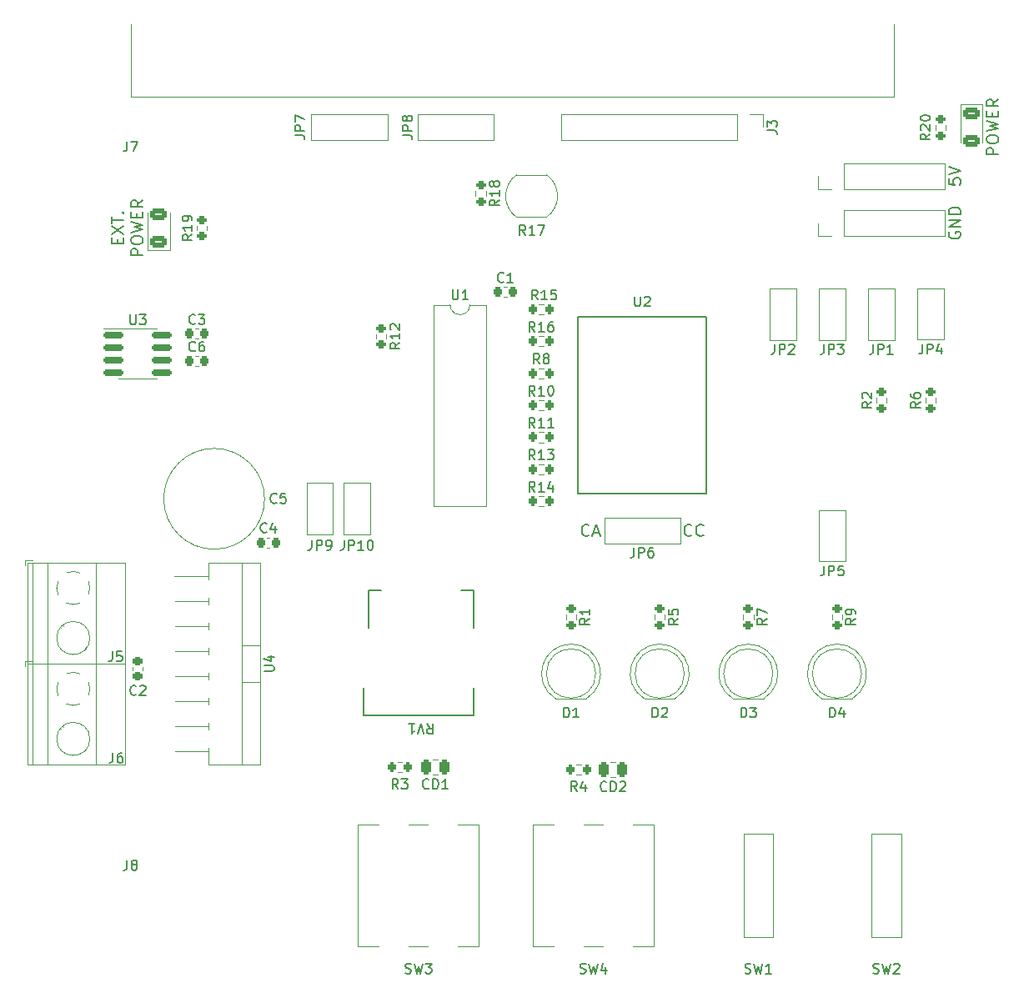
<source format=gbr>
%TF.GenerationSoftware,KiCad,Pcbnew,(6.0.7)*%
%TF.CreationDate,2022-09-13T16:55:12+02:00*%
%TF.ProjectId,myDAQExpansionBoard,6d794441-5145-4787-9061-6e73696f6e42,rev?*%
%TF.SameCoordinates,Original*%
%TF.FileFunction,Legend,Top*%
%TF.FilePolarity,Positive*%
%FSLAX46Y46*%
G04 Gerber Fmt 4.6, Leading zero omitted, Abs format (unit mm)*
G04 Created by KiCad (PCBNEW (6.0.7)) date 2022-09-13 16:55:12*
%MOMM*%
%LPD*%
G01*
G04 APERTURE LIST*
G04 Aperture macros list*
%AMRoundRect*
0 Rectangle with rounded corners*
0 $1 Rounding radius*
0 $2 $3 $4 $5 $6 $7 $8 $9 X,Y pos of 4 corners*
0 Add a 4 corners polygon primitive as box body*
4,1,4,$2,$3,$4,$5,$6,$7,$8,$9,$2,$3,0*
0 Add four circle primitives for the rounded corners*
1,1,$1+$1,$2,$3*
1,1,$1+$1,$4,$5*
1,1,$1+$1,$6,$7*
1,1,$1+$1,$8,$9*
0 Add four rect primitives between the rounded corners*
20,1,$1+$1,$2,$3,$4,$5,0*
20,1,$1+$1,$4,$5,$6,$7,0*
20,1,$1+$1,$6,$7,$8,$9,0*
20,1,$1+$1,$8,$9,$2,$3,0*%
G04 Aperture macros list end*
%ADD10C,0.200000*%
%ADD11C,0.150000*%
%ADD12C,0.120000*%
%ADD13C,2.300000*%
%ADD14R,1.800000X1.800000*%
%ADD15C,1.800000*%
%ADD16RoundRect,0.200000X-0.275000X0.200000X-0.275000X-0.200000X0.275000X-0.200000X0.275000X0.200000X0*%
%ADD17RoundRect,0.200000X-0.200000X-0.275000X0.200000X-0.275000X0.200000X0.275000X-0.200000X0.275000X0*%
%ADD18C,1.600000*%
%ADD19C,5.700000*%
%ADD20R,1.700000X1.700000*%
%ADD21O,1.700000X1.700000*%
%ADD22RoundRect,0.250000X-0.250000X-0.475000X0.250000X-0.475000X0.250000X0.475000X-0.250000X0.475000X0*%
%ADD23RoundRect,0.225000X-0.225000X-0.250000X0.225000X-0.250000X0.225000X0.250000X-0.225000X0.250000X0*%
%ADD24RoundRect,0.200000X0.275000X-0.200000X0.275000X0.200000X-0.275000X0.200000X-0.275000X-0.200000X0*%
%ADD25RoundRect,0.225000X0.250000X-0.225000X0.250000X0.225000X-0.250000X0.225000X-0.250000X-0.225000X0*%
%ADD26C,2.000000*%
%ADD27C,1.700000*%
%ADD28O,3.000000X5.000000*%
%ADD29O,2.000000X3.000000*%
%ADD30RoundRect,0.250000X0.625000X-0.375000X0.625000X0.375000X-0.625000X0.375000X-0.625000X-0.375000X0*%
%ADD31O,1.800000X1.800000*%
%ADD32R,1.600000X1.600000*%
%ADD33O,1.600000X1.600000*%
%ADD34R,2.600000X2.600000*%
%ADD35C,2.600000*%
%ADD36C,5.000000*%
%ADD37C,1.500000*%
%ADD38O,2.500000X3.000000*%
%ADD39RoundRect,0.250000X-0.625000X0.375000X-0.625000X-0.375000X0.625000X-0.375000X0.625000X0.375000X0*%
%ADD40RoundRect,0.150000X-0.825000X-0.150000X0.825000X-0.150000X0.825000X0.150000X-0.825000X0.150000X0*%
%ADD41C,0.800000*%
G04 APERTURE END LIST*
D10*
X79198285Y-56571428D02*
X79198285Y-56171428D01*
X79826857Y-56000000D02*
X79826857Y-56571428D01*
X78626857Y-56571428D01*
X78626857Y-56000000D01*
X78626857Y-55600000D02*
X79826857Y-54800000D01*
X78626857Y-54800000D02*
X79826857Y-55600000D01*
X78626857Y-54514285D02*
X78626857Y-53828571D01*
X79826857Y-54171428D02*
X78626857Y-54171428D01*
X79712571Y-53428571D02*
X79769714Y-53371428D01*
X79826857Y-53428571D01*
X79769714Y-53485714D01*
X79712571Y-53428571D01*
X79826857Y-53428571D01*
X81758857Y-57771428D02*
X80558857Y-57771428D01*
X80558857Y-57314285D01*
X80616000Y-57200000D01*
X80673142Y-57142857D01*
X80787428Y-57085714D01*
X80958857Y-57085714D01*
X81073142Y-57142857D01*
X81130285Y-57200000D01*
X81187428Y-57314285D01*
X81187428Y-57771428D01*
X80558857Y-56342857D02*
X80558857Y-56114285D01*
X80616000Y-56000000D01*
X80730285Y-55885714D01*
X80958857Y-55828571D01*
X81358857Y-55828571D01*
X81587428Y-55885714D01*
X81701714Y-56000000D01*
X81758857Y-56114285D01*
X81758857Y-56342857D01*
X81701714Y-56457142D01*
X81587428Y-56571428D01*
X81358857Y-56628571D01*
X80958857Y-56628571D01*
X80730285Y-56571428D01*
X80616000Y-56457142D01*
X80558857Y-56342857D01*
X80558857Y-55428571D02*
X81758857Y-55142857D01*
X80901714Y-54914285D01*
X81758857Y-54685714D01*
X80558857Y-54400000D01*
X81130285Y-53942857D02*
X81130285Y-53542857D01*
X81758857Y-53371428D02*
X81758857Y-53942857D01*
X80558857Y-53942857D01*
X80558857Y-53371428D01*
X81758857Y-52171428D02*
X81187428Y-52571428D01*
X81758857Y-52857142D02*
X80558857Y-52857142D01*
X80558857Y-52400000D01*
X80616000Y-52285714D01*
X80673142Y-52228571D01*
X80787428Y-52171428D01*
X80958857Y-52171428D01*
X81073142Y-52228571D01*
X81130285Y-52285714D01*
X81187428Y-52400000D01*
X81187428Y-52857142D01*
X163650000Y-55414285D02*
X163592857Y-55528571D01*
X163592857Y-55700000D01*
X163650000Y-55871428D01*
X163764285Y-55985714D01*
X163878571Y-56042857D01*
X164107142Y-56100000D01*
X164278571Y-56100000D01*
X164507142Y-56042857D01*
X164621428Y-55985714D01*
X164735714Y-55871428D01*
X164792857Y-55700000D01*
X164792857Y-55585714D01*
X164735714Y-55414285D01*
X164678571Y-55357142D01*
X164278571Y-55357142D01*
X164278571Y-55585714D01*
X164792857Y-54842857D02*
X163592857Y-54842857D01*
X164792857Y-54157142D01*
X163592857Y-54157142D01*
X164792857Y-53585714D02*
X163592857Y-53585714D01*
X163592857Y-53300000D01*
X163650000Y-53128571D01*
X163764285Y-53014285D01*
X163878571Y-52957142D01*
X164107142Y-52900000D01*
X164278571Y-52900000D01*
X164507142Y-52957142D01*
X164621428Y-53014285D01*
X164735714Y-53128571D01*
X164792857Y-53300000D01*
X164792857Y-53585714D01*
X163592857Y-49978571D02*
X163592857Y-50550000D01*
X164164285Y-50607142D01*
X164107142Y-50550000D01*
X164050000Y-50435714D01*
X164050000Y-50150000D01*
X164107142Y-50035714D01*
X164164285Y-49978571D01*
X164278571Y-49921428D01*
X164564285Y-49921428D01*
X164678571Y-49978571D01*
X164735714Y-50035714D01*
X164792857Y-50150000D01*
X164792857Y-50435714D01*
X164735714Y-50550000D01*
X164678571Y-50607142D01*
X163592857Y-49578571D02*
X164792857Y-49178571D01*
X163592857Y-48778571D01*
X127067142Y-86178571D02*
X127010000Y-86235714D01*
X126838571Y-86292857D01*
X126724285Y-86292857D01*
X126552857Y-86235714D01*
X126438571Y-86121428D01*
X126381428Y-86007142D01*
X126324285Y-85778571D01*
X126324285Y-85607142D01*
X126381428Y-85378571D01*
X126438571Y-85264285D01*
X126552857Y-85150000D01*
X126724285Y-85092857D01*
X126838571Y-85092857D01*
X127010000Y-85150000D01*
X127067142Y-85207142D01*
X127524285Y-85950000D02*
X128095714Y-85950000D01*
X127410000Y-86292857D02*
X127810000Y-85092857D01*
X128210000Y-86292857D01*
X168642857Y-47521428D02*
X167442857Y-47521428D01*
X167442857Y-47064285D01*
X167500000Y-46950000D01*
X167557142Y-46892857D01*
X167671428Y-46835714D01*
X167842857Y-46835714D01*
X167957142Y-46892857D01*
X168014285Y-46950000D01*
X168071428Y-47064285D01*
X168071428Y-47521428D01*
X167442857Y-46092857D02*
X167442857Y-45864285D01*
X167500000Y-45750000D01*
X167614285Y-45635714D01*
X167842857Y-45578571D01*
X168242857Y-45578571D01*
X168471428Y-45635714D01*
X168585714Y-45750000D01*
X168642857Y-45864285D01*
X168642857Y-46092857D01*
X168585714Y-46207142D01*
X168471428Y-46321428D01*
X168242857Y-46378571D01*
X167842857Y-46378571D01*
X167614285Y-46321428D01*
X167500000Y-46207142D01*
X167442857Y-46092857D01*
X167442857Y-45178571D02*
X168642857Y-44892857D01*
X167785714Y-44664285D01*
X168642857Y-44435714D01*
X167442857Y-44150000D01*
X168014285Y-43692857D02*
X168014285Y-43292857D01*
X168642857Y-43121428D02*
X168642857Y-43692857D01*
X167442857Y-43692857D01*
X167442857Y-43121428D01*
X168642857Y-41921428D02*
X168071428Y-42321428D01*
X168642857Y-42607142D02*
X167442857Y-42607142D01*
X167442857Y-42150000D01*
X167500000Y-42035714D01*
X167557142Y-41978571D01*
X167671428Y-41921428D01*
X167842857Y-41921428D01*
X167957142Y-41978571D01*
X168014285Y-42035714D01*
X168071428Y-42150000D01*
X168071428Y-42607142D01*
X137481428Y-86178571D02*
X137424285Y-86235714D01*
X137252857Y-86292857D01*
X137138571Y-86292857D01*
X136967142Y-86235714D01*
X136852857Y-86121428D01*
X136795714Y-86007142D01*
X136738571Y-85778571D01*
X136738571Y-85607142D01*
X136795714Y-85378571D01*
X136852857Y-85264285D01*
X136967142Y-85150000D01*
X137138571Y-85092857D01*
X137252857Y-85092857D01*
X137424285Y-85150000D01*
X137481428Y-85207142D01*
X138681428Y-86178571D02*
X138624285Y-86235714D01*
X138452857Y-86292857D01*
X138338571Y-86292857D01*
X138167142Y-86235714D01*
X138052857Y-86121428D01*
X137995714Y-86007142D01*
X137938571Y-85778571D01*
X137938571Y-85607142D01*
X137995714Y-85378571D01*
X138052857Y-85264285D01*
X138167142Y-85150000D01*
X138338571Y-85092857D01*
X138452857Y-85092857D01*
X138624285Y-85150000D01*
X138681428Y-85207142D01*
D11*
%TO.C,D2*%
X133499404Y-104689880D02*
X133499404Y-103689880D01*
X133737500Y-103689880D01*
X133880357Y-103737500D01*
X133975595Y-103832738D01*
X134023214Y-103927976D01*
X134070833Y-104118452D01*
X134070833Y-104261309D01*
X134023214Y-104451785D01*
X133975595Y-104547023D01*
X133880357Y-104642261D01*
X133737500Y-104689880D01*
X133499404Y-104689880D01*
X134451785Y-103785119D02*
X134499404Y-103737500D01*
X134594642Y-103689880D01*
X134832738Y-103689880D01*
X134927976Y-103737500D01*
X134975595Y-103785119D01*
X135023214Y-103880357D01*
X135023214Y-103975595D01*
X134975595Y-104118452D01*
X134404166Y-104689880D01*
X135023214Y-104689880D01*
%TO.C,R20*%
X161702380Y-45442857D02*
X161226190Y-45776190D01*
X161702380Y-46014285D02*
X160702380Y-46014285D01*
X160702380Y-45633333D01*
X160750000Y-45538095D01*
X160797619Y-45490476D01*
X160892857Y-45442857D01*
X161035714Y-45442857D01*
X161130952Y-45490476D01*
X161178571Y-45538095D01*
X161226190Y-45633333D01*
X161226190Y-46014285D01*
X160797619Y-45061904D02*
X160750000Y-45014285D01*
X160702380Y-44919047D01*
X160702380Y-44680952D01*
X160750000Y-44585714D01*
X160797619Y-44538095D01*
X160892857Y-44490476D01*
X160988095Y-44490476D01*
X161130952Y-44538095D01*
X161702380Y-45109523D01*
X161702380Y-44490476D01*
X160702380Y-43871428D02*
X160702380Y-43776190D01*
X160750000Y-43680952D01*
X160797619Y-43633333D01*
X160892857Y-43585714D01*
X161083333Y-43538095D01*
X161321428Y-43538095D01*
X161511904Y-43585714D01*
X161607142Y-43633333D01*
X161654761Y-43680952D01*
X161702380Y-43776190D01*
X161702380Y-43871428D01*
X161654761Y-43966666D01*
X161607142Y-44014285D01*
X161511904Y-44061904D01*
X161321428Y-44109523D01*
X161083333Y-44109523D01*
X160892857Y-44061904D01*
X160797619Y-44014285D01*
X160750000Y-43966666D01*
X160702380Y-43871428D01*
%TO.C,R3*%
X107683333Y-111952380D02*
X107350000Y-111476190D01*
X107111904Y-111952380D02*
X107111904Y-110952380D01*
X107492857Y-110952380D01*
X107588095Y-111000000D01*
X107635714Y-111047619D01*
X107683333Y-111142857D01*
X107683333Y-111285714D01*
X107635714Y-111380952D01*
X107588095Y-111428571D01*
X107492857Y-111476190D01*
X107111904Y-111476190D01*
X108016666Y-110952380D02*
X108635714Y-110952380D01*
X108302380Y-111333333D01*
X108445238Y-111333333D01*
X108540476Y-111380952D01*
X108588095Y-111428571D01*
X108635714Y-111523809D01*
X108635714Y-111761904D01*
X108588095Y-111857142D01*
X108540476Y-111904761D01*
X108445238Y-111952380D01*
X108159523Y-111952380D01*
X108064285Y-111904761D01*
X108016666Y-111857142D01*
%TO.C,C5*%
X95333333Y-82857142D02*
X95285714Y-82904761D01*
X95142857Y-82952380D01*
X95047619Y-82952380D01*
X94904761Y-82904761D01*
X94809523Y-82809523D01*
X94761904Y-82714285D01*
X94714285Y-82523809D01*
X94714285Y-82380952D01*
X94761904Y-82190476D01*
X94809523Y-82095238D01*
X94904761Y-82000000D01*
X95047619Y-81952380D01*
X95142857Y-81952380D01*
X95285714Y-82000000D01*
X95333333Y-82047619D01*
X96238095Y-81952380D02*
X95761904Y-81952380D01*
X95714285Y-82428571D01*
X95761904Y-82380952D01*
X95857142Y-82333333D01*
X96095238Y-82333333D01*
X96190476Y-82380952D01*
X96238095Y-82428571D01*
X96285714Y-82523809D01*
X96285714Y-82761904D01*
X96238095Y-82857142D01*
X96190476Y-82904761D01*
X96095238Y-82952380D01*
X95857142Y-82952380D01*
X95761904Y-82904761D01*
X95714285Y-82857142D01*
%TO.C,R18*%
X117962380Y-52142857D02*
X117486190Y-52476190D01*
X117962380Y-52714285D02*
X116962380Y-52714285D01*
X116962380Y-52333333D01*
X117010000Y-52238095D01*
X117057619Y-52190476D01*
X117152857Y-52142857D01*
X117295714Y-52142857D01*
X117390952Y-52190476D01*
X117438571Y-52238095D01*
X117486190Y-52333333D01*
X117486190Y-52714285D01*
X117962380Y-51190476D02*
X117962380Y-51761904D01*
X117962380Y-51476190D02*
X116962380Y-51476190D01*
X117105238Y-51571428D01*
X117200476Y-51666666D01*
X117248095Y-51761904D01*
X117390952Y-50619047D02*
X117343333Y-50714285D01*
X117295714Y-50761904D01*
X117200476Y-50809523D01*
X117152857Y-50809523D01*
X117057619Y-50761904D01*
X117010000Y-50714285D01*
X116962380Y-50619047D01*
X116962380Y-50428571D01*
X117010000Y-50333333D01*
X117057619Y-50285714D01*
X117152857Y-50238095D01*
X117200476Y-50238095D01*
X117295714Y-50285714D01*
X117343333Y-50333333D01*
X117390952Y-50428571D01*
X117390952Y-50619047D01*
X117438571Y-50714285D01*
X117486190Y-50761904D01*
X117581428Y-50809523D01*
X117771904Y-50809523D01*
X117867142Y-50761904D01*
X117914761Y-50714285D01*
X117962380Y-50619047D01*
X117962380Y-50428571D01*
X117914761Y-50333333D01*
X117867142Y-50285714D01*
X117771904Y-50238095D01*
X117581428Y-50238095D01*
X117486190Y-50285714D01*
X117438571Y-50333333D01*
X117390952Y-50428571D01*
%TO.C,R8*%
X122043333Y-68772380D02*
X121710000Y-68296190D01*
X121471904Y-68772380D02*
X121471904Y-67772380D01*
X121852857Y-67772380D01*
X121948095Y-67820000D01*
X121995714Y-67867619D01*
X122043333Y-67962857D01*
X122043333Y-68105714D01*
X121995714Y-68200952D01*
X121948095Y-68248571D01*
X121852857Y-68296190D01*
X121471904Y-68296190D01*
X122614761Y-68200952D02*
X122519523Y-68153333D01*
X122471904Y-68105714D01*
X122424285Y-68010476D01*
X122424285Y-67962857D01*
X122471904Y-67867619D01*
X122519523Y-67820000D01*
X122614761Y-67772380D01*
X122805238Y-67772380D01*
X122900476Y-67820000D01*
X122948095Y-67867619D01*
X122995714Y-67962857D01*
X122995714Y-68010476D01*
X122948095Y-68105714D01*
X122900476Y-68153333D01*
X122805238Y-68200952D01*
X122614761Y-68200952D01*
X122519523Y-68248571D01*
X122471904Y-68296190D01*
X122424285Y-68391428D01*
X122424285Y-68581904D01*
X122471904Y-68677142D01*
X122519523Y-68724761D01*
X122614761Y-68772380D01*
X122805238Y-68772380D01*
X122900476Y-68724761D01*
X122948095Y-68677142D01*
X122995714Y-68581904D01*
X122995714Y-68391428D01*
X122948095Y-68296190D01*
X122900476Y-68248571D01*
X122805238Y-68200952D01*
%TO.C,R11*%
X121567142Y-75272380D02*
X121233809Y-74796190D01*
X120995714Y-75272380D02*
X120995714Y-74272380D01*
X121376666Y-74272380D01*
X121471904Y-74320000D01*
X121519523Y-74367619D01*
X121567142Y-74462857D01*
X121567142Y-74605714D01*
X121519523Y-74700952D01*
X121471904Y-74748571D01*
X121376666Y-74796190D01*
X120995714Y-74796190D01*
X122519523Y-75272380D02*
X121948095Y-75272380D01*
X122233809Y-75272380D02*
X122233809Y-74272380D01*
X122138571Y-74415238D01*
X122043333Y-74510476D01*
X121948095Y-74558095D01*
X123471904Y-75272380D02*
X122900476Y-75272380D01*
X123186190Y-75272380D02*
X123186190Y-74272380D01*
X123090952Y-74415238D01*
X122995714Y-74510476D01*
X122900476Y-74558095D01*
%TO.C,JP10*%
X102190476Y-86702380D02*
X102190476Y-87416666D01*
X102142857Y-87559523D01*
X102047619Y-87654761D01*
X101904761Y-87702380D01*
X101809523Y-87702380D01*
X102666666Y-87702380D02*
X102666666Y-86702380D01*
X103047619Y-86702380D01*
X103142857Y-86750000D01*
X103190476Y-86797619D01*
X103238095Y-86892857D01*
X103238095Y-87035714D01*
X103190476Y-87130952D01*
X103142857Y-87178571D01*
X103047619Y-87226190D01*
X102666666Y-87226190D01*
X104190476Y-87702380D02*
X103619047Y-87702380D01*
X103904761Y-87702380D02*
X103904761Y-86702380D01*
X103809523Y-86845238D01*
X103714285Y-86940476D01*
X103619047Y-86988095D01*
X104809523Y-86702380D02*
X104904761Y-86702380D01*
X105000000Y-86750000D01*
X105047619Y-86797619D01*
X105095238Y-86892857D01*
X105142857Y-87083333D01*
X105142857Y-87321428D01*
X105095238Y-87511904D01*
X105047619Y-87607142D01*
X105000000Y-87654761D01*
X104904761Y-87702380D01*
X104809523Y-87702380D01*
X104714285Y-87654761D01*
X104666666Y-87607142D01*
X104619047Y-87511904D01*
X104571428Y-87321428D01*
X104571428Y-87083333D01*
X104619047Y-86892857D01*
X104666666Y-86797619D01*
X104714285Y-86750000D01*
X104809523Y-86702380D01*
%TO.C,R10*%
X121567142Y-72022380D02*
X121233809Y-71546190D01*
X120995714Y-72022380D02*
X120995714Y-71022380D01*
X121376666Y-71022380D01*
X121471904Y-71070000D01*
X121519523Y-71117619D01*
X121567142Y-71212857D01*
X121567142Y-71355714D01*
X121519523Y-71450952D01*
X121471904Y-71498571D01*
X121376666Y-71546190D01*
X120995714Y-71546190D01*
X122519523Y-72022380D02*
X121948095Y-72022380D01*
X122233809Y-72022380D02*
X122233809Y-71022380D01*
X122138571Y-71165238D01*
X122043333Y-71260476D01*
X121948095Y-71308095D01*
X123138571Y-71022380D02*
X123233809Y-71022380D01*
X123329047Y-71070000D01*
X123376666Y-71117619D01*
X123424285Y-71212857D01*
X123471904Y-71403333D01*
X123471904Y-71641428D01*
X123424285Y-71831904D01*
X123376666Y-71927142D01*
X123329047Y-71974761D01*
X123233809Y-72022380D01*
X123138571Y-72022380D01*
X123043333Y-71974761D01*
X122995714Y-71927142D01*
X122948095Y-71831904D01*
X122900476Y-71641428D01*
X122900476Y-71403333D01*
X122948095Y-71212857D01*
X122995714Y-71117619D01*
X123043333Y-71070000D01*
X123138571Y-71022380D01*
%TO.C,CD1*%
X110783333Y-111857142D02*
X110735714Y-111904761D01*
X110592857Y-111952380D01*
X110497619Y-111952380D01*
X110354761Y-111904761D01*
X110259523Y-111809523D01*
X110211904Y-111714285D01*
X110164285Y-111523809D01*
X110164285Y-111380952D01*
X110211904Y-111190476D01*
X110259523Y-111095238D01*
X110354761Y-111000000D01*
X110497619Y-110952380D01*
X110592857Y-110952380D01*
X110735714Y-111000000D01*
X110783333Y-111047619D01*
X111211904Y-111952380D02*
X111211904Y-110952380D01*
X111450000Y-110952380D01*
X111592857Y-111000000D01*
X111688095Y-111095238D01*
X111735714Y-111190476D01*
X111783333Y-111380952D01*
X111783333Y-111523809D01*
X111735714Y-111714285D01*
X111688095Y-111809523D01*
X111592857Y-111904761D01*
X111450000Y-111952380D01*
X111211904Y-111952380D01*
X112735714Y-111952380D02*
X112164285Y-111952380D01*
X112450000Y-111952380D02*
X112450000Y-110952380D01*
X112354761Y-111095238D01*
X112259523Y-111190476D01*
X112164285Y-111238095D01*
%TO.C,C3*%
X87083333Y-64677142D02*
X87035714Y-64724761D01*
X86892857Y-64772380D01*
X86797619Y-64772380D01*
X86654761Y-64724761D01*
X86559523Y-64629523D01*
X86511904Y-64534285D01*
X86464285Y-64343809D01*
X86464285Y-64200952D01*
X86511904Y-64010476D01*
X86559523Y-63915238D01*
X86654761Y-63820000D01*
X86797619Y-63772380D01*
X86892857Y-63772380D01*
X87035714Y-63820000D01*
X87083333Y-63867619D01*
X87416666Y-63772380D02*
X88035714Y-63772380D01*
X87702380Y-64153333D01*
X87845238Y-64153333D01*
X87940476Y-64200952D01*
X87988095Y-64248571D01*
X88035714Y-64343809D01*
X88035714Y-64581904D01*
X87988095Y-64677142D01*
X87940476Y-64724761D01*
X87845238Y-64772380D01*
X87559523Y-64772380D01*
X87464285Y-64724761D01*
X87416666Y-64677142D01*
%TO.C,R2*%
X155772380Y-72666666D02*
X155296190Y-73000000D01*
X155772380Y-73238095D02*
X154772380Y-73238095D01*
X154772380Y-72857142D01*
X154820000Y-72761904D01*
X154867619Y-72714285D01*
X154962857Y-72666666D01*
X155105714Y-72666666D01*
X155200952Y-72714285D01*
X155248571Y-72761904D01*
X155296190Y-72857142D01*
X155296190Y-73238095D01*
X154867619Y-72285714D02*
X154820000Y-72238095D01*
X154772380Y-72142857D01*
X154772380Y-71904761D01*
X154820000Y-71809523D01*
X154867619Y-71761904D01*
X154962857Y-71714285D01*
X155058095Y-71714285D01*
X155200952Y-71761904D01*
X155772380Y-72333333D01*
X155772380Y-71714285D01*
%TO.C,R6*%
X160702380Y-72666666D02*
X160226190Y-73000000D01*
X160702380Y-73238095D02*
X159702380Y-73238095D01*
X159702380Y-72857142D01*
X159750000Y-72761904D01*
X159797619Y-72714285D01*
X159892857Y-72666666D01*
X160035714Y-72666666D01*
X160130952Y-72714285D01*
X160178571Y-72761904D01*
X160226190Y-72857142D01*
X160226190Y-73238095D01*
X159702380Y-71809523D02*
X159702380Y-72000000D01*
X159750000Y-72095238D01*
X159797619Y-72142857D01*
X159940476Y-72238095D01*
X160130952Y-72285714D01*
X160511904Y-72285714D01*
X160607142Y-72238095D01*
X160654761Y-72190476D01*
X160702380Y-72095238D01*
X160702380Y-71904761D01*
X160654761Y-71809523D01*
X160607142Y-71761904D01*
X160511904Y-71714285D01*
X160273809Y-71714285D01*
X160178571Y-71761904D01*
X160130952Y-71809523D01*
X160083333Y-71904761D01*
X160083333Y-72095238D01*
X160130952Y-72190476D01*
X160178571Y-72238095D01*
X160273809Y-72285714D01*
%TO.C,C2*%
X81083333Y-102357142D02*
X81035714Y-102404761D01*
X80892857Y-102452380D01*
X80797619Y-102452380D01*
X80654761Y-102404761D01*
X80559523Y-102309523D01*
X80511904Y-102214285D01*
X80464285Y-102023809D01*
X80464285Y-101880952D01*
X80511904Y-101690476D01*
X80559523Y-101595238D01*
X80654761Y-101500000D01*
X80797619Y-101452380D01*
X80892857Y-101452380D01*
X81035714Y-101500000D01*
X81083333Y-101547619D01*
X81464285Y-101547619D02*
X81511904Y-101500000D01*
X81607142Y-101452380D01*
X81845238Y-101452380D01*
X81940476Y-101500000D01*
X81988095Y-101547619D01*
X82035714Y-101642857D01*
X82035714Y-101738095D01*
X81988095Y-101880952D01*
X81416666Y-102452380D01*
X82035714Y-102452380D01*
%TO.C,U2*%
X131698095Y-61952380D02*
X131698095Y-62761904D01*
X131745714Y-62857142D01*
X131793333Y-62904761D01*
X131888571Y-62952380D01*
X132079047Y-62952380D01*
X132174285Y-62904761D01*
X132221904Y-62857142D01*
X132269523Y-62761904D01*
X132269523Y-61952380D01*
X132698095Y-62047619D02*
X132745714Y-62000000D01*
X132840952Y-61952380D01*
X133079047Y-61952380D01*
X133174285Y-62000000D01*
X133221904Y-62047619D01*
X133269523Y-62142857D01*
X133269523Y-62238095D01*
X133221904Y-62380952D01*
X132650476Y-62952380D01*
X133269523Y-62952380D01*
%TO.C,R12*%
X107842380Y-66642857D02*
X107366190Y-66976190D01*
X107842380Y-67214285D02*
X106842380Y-67214285D01*
X106842380Y-66833333D01*
X106890000Y-66738095D01*
X106937619Y-66690476D01*
X107032857Y-66642857D01*
X107175714Y-66642857D01*
X107270952Y-66690476D01*
X107318571Y-66738095D01*
X107366190Y-66833333D01*
X107366190Y-67214285D01*
X107842380Y-65690476D02*
X107842380Y-66261904D01*
X107842380Y-65976190D02*
X106842380Y-65976190D01*
X106985238Y-66071428D01*
X107080476Y-66166666D01*
X107128095Y-66261904D01*
X106937619Y-65309523D02*
X106890000Y-65261904D01*
X106842380Y-65166666D01*
X106842380Y-64928571D01*
X106890000Y-64833333D01*
X106937619Y-64785714D01*
X107032857Y-64738095D01*
X107128095Y-64738095D01*
X107270952Y-64785714D01*
X107842380Y-65357142D01*
X107842380Y-64738095D01*
%TO.C,JP8*%
X108122380Y-45583333D02*
X108836666Y-45583333D01*
X108979523Y-45630952D01*
X109074761Y-45726190D01*
X109122380Y-45869047D01*
X109122380Y-45964285D01*
X109122380Y-45107142D02*
X108122380Y-45107142D01*
X108122380Y-44726190D01*
X108170000Y-44630952D01*
X108217619Y-44583333D01*
X108312857Y-44535714D01*
X108455714Y-44535714D01*
X108550952Y-44583333D01*
X108598571Y-44630952D01*
X108646190Y-44726190D01*
X108646190Y-45107142D01*
X108550952Y-43964285D02*
X108503333Y-44059523D01*
X108455714Y-44107142D01*
X108360476Y-44154761D01*
X108312857Y-44154761D01*
X108217619Y-44107142D01*
X108170000Y-44059523D01*
X108122380Y-43964285D01*
X108122380Y-43773809D01*
X108170000Y-43678571D01*
X108217619Y-43630952D01*
X108312857Y-43583333D01*
X108360476Y-43583333D01*
X108455714Y-43630952D01*
X108503333Y-43678571D01*
X108550952Y-43773809D01*
X108550952Y-43964285D01*
X108598571Y-44059523D01*
X108646190Y-44107142D01*
X108741428Y-44154761D01*
X108931904Y-44154761D01*
X109027142Y-44107142D01*
X109074761Y-44059523D01*
X109122380Y-43964285D01*
X109122380Y-43773809D01*
X109074761Y-43678571D01*
X109027142Y-43630952D01*
X108931904Y-43583333D01*
X108741428Y-43583333D01*
X108646190Y-43630952D01*
X108598571Y-43678571D01*
X108550952Y-43773809D01*
%TO.C,RV1*%
X110595238Y-105349119D02*
X110928571Y-105825309D01*
X111166666Y-105349119D02*
X111166666Y-106349119D01*
X110785714Y-106349119D01*
X110690476Y-106301500D01*
X110642857Y-106253880D01*
X110595238Y-106158642D01*
X110595238Y-106015785D01*
X110642857Y-105920547D01*
X110690476Y-105872928D01*
X110785714Y-105825309D01*
X111166666Y-105825309D01*
X110309523Y-106349119D02*
X109976190Y-105349119D01*
X109642857Y-106349119D01*
X108785714Y-105349119D02*
X109357142Y-105349119D01*
X109071428Y-105349119D02*
X109071428Y-106349119D01*
X109166666Y-106206261D01*
X109261904Y-106111023D01*
X109357142Y-106063404D01*
%TO.C,JP5*%
X150916666Y-89294880D02*
X150916666Y-90009166D01*
X150869047Y-90152023D01*
X150773809Y-90247261D01*
X150630952Y-90294880D01*
X150535714Y-90294880D01*
X151392857Y-90294880D02*
X151392857Y-89294880D01*
X151773809Y-89294880D01*
X151869047Y-89342500D01*
X151916666Y-89390119D01*
X151964285Y-89485357D01*
X151964285Y-89628214D01*
X151916666Y-89723452D01*
X151869047Y-89771071D01*
X151773809Y-89818690D01*
X151392857Y-89818690D01*
X152869047Y-89294880D02*
X152392857Y-89294880D01*
X152345238Y-89771071D01*
X152392857Y-89723452D01*
X152488095Y-89675833D01*
X152726190Y-89675833D01*
X152821428Y-89723452D01*
X152869047Y-89771071D01*
X152916666Y-89866309D01*
X152916666Y-90104404D01*
X152869047Y-90199642D01*
X152821428Y-90247261D01*
X152726190Y-90294880D01*
X152488095Y-90294880D01*
X152392857Y-90247261D01*
X152345238Y-90199642D01*
%TO.C,JP4*%
X160916666Y-66782380D02*
X160916666Y-67496666D01*
X160869047Y-67639523D01*
X160773809Y-67734761D01*
X160630952Y-67782380D01*
X160535714Y-67782380D01*
X161392857Y-67782380D02*
X161392857Y-66782380D01*
X161773809Y-66782380D01*
X161869047Y-66830000D01*
X161916666Y-66877619D01*
X161964285Y-66972857D01*
X161964285Y-67115714D01*
X161916666Y-67210952D01*
X161869047Y-67258571D01*
X161773809Y-67306190D01*
X161392857Y-67306190D01*
X162821428Y-67115714D02*
X162821428Y-67782380D01*
X162583333Y-66734761D02*
X162345238Y-67449047D01*
X162964285Y-67449047D01*
%TO.C,JP9*%
X98916666Y-86702380D02*
X98916666Y-87416666D01*
X98869047Y-87559523D01*
X98773809Y-87654761D01*
X98630952Y-87702380D01*
X98535714Y-87702380D01*
X99392857Y-87702380D02*
X99392857Y-86702380D01*
X99773809Y-86702380D01*
X99869047Y-86750000D01*
X99916666Y-86797619D01*
X99964285Y-86892857D01*
X99964285Y-87035714D01*
X99916666Y-87130952D01*
X99869047Y-87178571D01*
X99773809Y-87226190D01*
X99392857Y-87226190D01*
X100440476Y-87702380D02*
X100630952Y-87702380D01*
X100726190Y-87654761D01*
X100773809Y-87607142D01*
X100869047Y-87464285D01*
X100916666Y-87273809D01*
X100916666Y-86892857D01*
X100869047Y-86797619D01*
X100821428Y-86750000D01*
X100726190Y-86702380D01*
X100535714Y-86702380D01*
X100440476Y-86750000D01*
X100392857Y-86797619D01*
X100345238Y-86892857D01*
X100345238Y-87130952D01*
X100392857Y-87226190D01*
X100440476Y-87273809D01*
X100535714Y-87321428D01*
X100726190Y-87321428D01*
X100821428Y-87273809D01*
X100869047Y-87226190D01*
X100916666Y-87130952D01*
%TO.C,J3*%
X145157380Y-45083333D02*
X145871666Y-45083333D01*
X146014523Y-45130952D01*
X146109761Y-45226190D01*
X146157380Y-45369047D01*
X146157380Y-45464285D01*
X145157380Y-44702380D02*
X145157380Y-44083333D01*
X145538333Y-44416666D01*
X145538333Y-44273809D01*
X145585952Y-44178571D01*
X145633571Y-44130952D01*
X145728809Y-44083333D01*
X145966904Y-44083333D01*
X146062142Y-44130952D01*
X146109761Y-44178571D01*
X146157380Y-44273809D01*
X146157380Y-44559523D01*
X146109761Y-44654761D01*
X146062142Y-44702380D01*
%TO.C,C4*%
X94333333Y-85857142D02*
X94285714Y-85904761D01*
X94142857Y-85952380D01*
X94047619Y-85952380D01*
X93904761Y-85904761D01*
X93809523Y-85809523D01*
X93761904Y-85714285D01*
X93714285Y-85523809D01*
X93714285Y-85380952D01*
X93761904Y-85190476D01*
X93809523Y-85095238D01*
X93904761Y-85000000D01*
X94047619Y-84952380D01*
X94142857Y-84952380D01*
X94285714Y-85000000D01*
X94333333Y-85047619D01*
X95190476Y-85285714D02*
X95190476Y-85952380D01*
X94952380Y-84904761D02*
X94714285Y-85619047D01*
X95333333Y-85619047D01*
%TO.C,R7*%
X145119880Y-94654166D02*
X144643690Y-94987500D01*
X145119880Y-95225595D02*
X144119880Y-95225595D01*
X144119880Y-94844642D01*
X144167500Y-94749404D01*
X144215119Y-94701785D01*
X144310357Y-94654166D01*
X144453214Y-94654166D01*
X144548452Y-94701785D01*
X144596071Y-94749404D01*
X144643690Y-94844642D01*
X144643690Y-95225595D01*
X144119880Y-94320833D02*
X144119880Y-93654166D01*
X145119880Y-94082738D01*
%TO.C,U4*%
X94092380Y-100006904D02*
X94901904Y-100006904D01*
X94997142Y-99959285D01*
X95044761Y-99911666D01*
X95092380Y-99816428D01*
X95092380Y-99625952D01*
X95044761Y-99530714D01*
X94997142Y-99483095D01*
X94901904Y-99435476D01*
X94092380Y-99435476D01*
X94425714Y-98530714D02*
X95092380Y-98530714D01*
X94044761Y-98768809D02*
X94759047Y-99006904D01*
X94759047Y-98387857D01*
%TO.C,JP7*%
X97202380Y-45583333D02*
X97916666Y-45583333D01*
X98059523Y-45630952D01*
X98154761Y-45726190D01*
X98202380Y-45869047D01*
X98202380Y-45964285D01*
X98202380Y-45107142D02*
X97202380Y-45107142D01*
X97202380Y-44726190D01*
X97250000Y-44630952D01*
X97297619Y-44583333D01*
X97392857Y-44535714D01*
X97535714Y-44535714D01*
X97630952Y-44583333D01*
X97678571Y-44630952D01*
X97726190Y-44726190D01*
X97726190Y-45107142D01*
X97202380Y-44202380D02*
X97202380Y-43535714D01*
X98202380Y-43964285D01*
%TO.C,R19*%
X86772380Y-55642857D02*
X86296190Y-55976190D01*
X86772380Y-56214285D02*
X85772380Y-56214285D01*
X85772380Y-55833333D01*
X85820000Y-55738095D01*
X85867619Y-55690476D01*
X85962857Y-55642857D01*
X86105714Y-55642857D01*
X86200952Y-55690476D01*
X86248571Y-55738095D01*
X86296190Y-55833333D01*
X86296190Y-56214285D01*
X86772380Y-54690476D02*
X86772380Y-55261904D01*
X86772380Y-54976190D02*
X85772380Y-54976190D01*
X85915238Y-55071428D01*
X86010476Y-55166666D01*
X86058095Y-55261904D01*
X86772380Y-54214285D02*
X86772380Y-54023809D01*
X86724761Y-53928571D01*
X86677142Y-53880952D01*
X86534285Y-53785714D01*
X86343809Y-53738095D01*
X85962857Y-53738095D01*
X85867619Y-53785714D01*
X85820000Y-53833333D01*
X85772380Y-53928571D01*
X85772380Y-54119047D01*
X85820000Y-54214285D01*
X85867619Y-54261904D01*
X85962857Y-54309523D01*
X86200952Y-54309523D01*
X86296190Y-54261904D01*
X86343809Y-54214285D01*
X86391428Y-54119047D01*
X86391428Y-53928571D01*
X86343809Y-53833333D01*
X86296190Y-53785714D01*
X86200952Y-53738095D01*
%TO.C,R5*%
X136119880Y-94654166D02*
X135643690Y-94987500D01*
X136119880Y-95225595D02*
X135119880Y-95225595D01*
X135119880Y-94844642D01*
X135167500Y-94749404D01*
X135215119Y-94701785D01*
X135310357Y-94654166D01*
X135453214Y-94654166D01*
X135548452Y-94701785D01*
X135596071Y-94749404D01*
X135643690Y-94844642D01*
X135643690Y-95225595D01*
X135119880Y-93749404D02*
X135119880Y-94225595D01*
X135596071Y-94273214D01*
X135548452Y-94225595D01*
X135500833Y-94130357D01*
X135500833Y-93892261D01*
X135548452Y-93797023D01*
X135596071Y-93749404D01*
X135691309Y-93701785D01*
X135929404Y-93701785D01*
X136024642Y-93749404D01*
X136072261Y-93797023D01*
X136119880Y-93892261D01*
X136119880Y-94130357D01*
X136072261Y-94225595D01*
X136024642Y-94273214D01*
%TO.C,D3*%
X142499404Y-104689880D02*
X142499404Y-103689880D01*
X142737500Y-103689880D01*
X142880357Y-103737500D01*
X142975595Y-103832738D01*
X143023214Y-103927976D01*
X143070833Y-104118452D01*
X143070833Y-104261309D01*
X143023214Y-104451785D01*
X142975595Y-104547023D01*
X142880357Y-104642261D01*
X142737500Y-104689880D01*
X142499404Y-104689880D01*
X143404166Y-103689880D02*
X144023214Y-103689880D01*
X143689880Y-104070833D01*
X143832738Y-104070833D01*
X143927976Y-104118452D01*
X143975595Y-104166071D01*
X144023214Y-104261309D01*
X144023214Y-104499404D01*
X143975595Y-104594642D01*
X143927976Y-104642261D01*
X143832738Y-104689880D01*
X143547023Y-104689880D01*
X143451785Y-104642261D01*
X143404166Y-104594642D01*
%TO.C,U1*%
X113208095Y-61247380D02*
X113208095Y-62056904D01*
X113255714Y-62152142D01*
X113303333Y-62199761D01*
X113398571Y-62247380D01*
X113589047Y-62247380D01*
X113684285Y-62199761D01*
X113731904Y-62152142D01*
X113779523Y-62056904D01*
X113779523Y-61247380D01*
X114779523Y-62247380D02*
X114208095Y-62247380D01*
X114493809Y-62247380D02*
X114493809Y-61247380D01*
X114398571Y-61390238D01*
X114303333Y-61485476D01*
X114208095Y-61533095D01*
%TO.C,J6*%
X78726666Y-108297380D02*
X78726666Y-109011666D01*
X78679047Y-109154523D01*
X78583809Y-109249761D01*
X78440952Y-109297380D01*
X78345714Y-109297380D01*
X79631428Y-108297380D02*
X79440952Y-108297380D01*
X79345714Y-108345000D01*
X79298095Y-108392619D01*
X79202857Y-108535476D01*
X79155238Y-108725952D01*
X79155238Y-109106904D01*
X79202857Y-109202142D01*
X79250476Y-109249761D01*
X79345714Y-109297380D01*
X79536190Y-109297380D01*
X79631428Y-109249761D01*
X79679047Y-109202142D01*
X79726666Y-109106904D01*
X79726666Y-108868809D01*
X79679047Y-108773571D01*
X79631428Y-108725952D01*
X79536190Y-108678333D01*
X79345714Y-108678333D01*
X79250476Y-108725952D01*
X79202857Y-108773571D01*
X79155238Y-108868809D01*
%TO.C,C6*%
X87083333Y-67427142D02*
X87035714Y-67474761D01*
X86892857Y-67522380D01*
X86797619Y-67522380D01*
X86654761Y-67474761D01*
X86559523Y-67379523D01*
X86511904Y-67284285D01*
X86464285Y-67093809D01*
X86464285Y-66950952D01*
X86511904Y-66760476D01*
X86559523Y-66665238D01*
X86654761Y-66570000D01*
X86797619Y-66522380D01*
X86892857Y-66522380D01*
X87035714Y-66570000D01*
X87083333Y-66617619D01*
X87940476Y-66522380D02*
X87750000Y-66522380D01*
X87654761Y-66570000D01*
X87607142Y-66617619D01*
X87511904Y-66760476D01*
X87464285Y-66950952D01*
X87464285Y-67331904D01*
X87511904Y-67427142D01*
X87559523Y-67474761D01*
X87654761Y-67522380D01*
X87845238Y-67522380D01*
X87940476Y-67474761D01*
X87988095Y-67427142D01*
X88035714Y-67331904D01*
X88035714Y-67093809D01*
X87988095Y-66998571D01*
X87940476Y-66950952D01*
X87845238Y-66903333D01*
X87654761Y-66903333D01*
X87559523Y-66950952D01*
X87511904Y-66998571D01*
X87464285Y-67093809D01*
%TO.C,R9*%
X154119880Y-94654166D02*
X153643690Y-94987500D01*
X154119880Y-95225595D02*
X153119880Y-95225595D01*
X153119880Y-94844642D01*
X153167500Y-94749404D01*
X153215119Y-94701785D01*
X153310357Y-94654166D01*
X153453214Y-94654166D01*
X153548452Y-94701785D01*
X153596071Y-94749404D01*
X153643690Y-94844642D01*
X153643690Y-95225595D01*
X154119880Y-94177976D02*
X154119880Y-93987500D01*
X154072261Y-93892261D01*
X154024642Y-93844642D01*
X153881785Y-93749404D01*
X153691309Y-93701785D01*
X153310357Y-93701785D01*
X153215119Y-93749404D01*
X153167500Y-93797023D01*
X153119880Y-93892261D01*
X153119880Y-94082738D01*
X153167500Y-94177976D01*
X153215119Y-94225595D01*
X153310357Y-94273214D01*
X153548452Y-94273214D01*
X153643690Y-94225595D01*
X153691309Y-94177976D01*
X153738928Y-94082738D01*
X153738928Y-93892261D01*
X153691309Y-93797023D01*
X153643690Y-93749404D01*
X153548452Y-93701785D01*
%TO.C,CD2*%
X128833333Y-112107142D02*
X128785714Y-112154761D01*
X128642857Y-112202380D01*
X128547619Y-112202380D01*
X128404761Y-112154761D01*
X128309523Y-112059523D01*
X128261904Y-111964285D01*
X128214285Y-111773809D01*
X128214285Y-111630952D01*
X128261904Y-111440476D01*
X128309523Y-111345238D01*
X128404761Y-111250000D01*
X128547619Y-111202380D01*
X128642857Y-111202380D01*
X128785714Y-111250000D01*
X128833333Y-111297619D01*
X129261904Y-112202380D02*
X129261904Y-111202380D01*
X129500000Y-111202380D01*
X129642857Y-111250000D01*
X129738095Y-111345238D01*
X129785714Y-111440476D01*
X129833333Y-111630952D01*
X129833333Y-111773809D01*
X129785714Y-111964285D01*
X129738095Y-112059523D01*
X129642857Y-112154761D01*
X129500000Y-112202380D01*
X129261904Y-112202380D01*
X130214285Y-111297619D02*
X130261904Y-111250000D01*
X130357142Y-111202380D01*
X130595238Y-111202380D01*
X130690476Y-111250000D01*
X130738095Y-111297619D01*
X130785714Y-111392857D01*
X130785714Y-111488095D01*
X130738095Y-111630952D01*
X130166666Y-112202380D01*
X130785714Y-112202380D01*
%TO.C,R1*%
X127119880Y-94654166D02*
X126643690Y-94987500D01*
X127119880Y-95225595D02*
X126119880Y-95225595D01*
X126119880Y-94844642D01*
X126167500Y-94749404D01*
X126215119Y-94701785D01*
X126310357Y-94654166D01*
X126453214Y-94654166D01*
X126548452Y-94701785D01*
X126596071Y-94749404D01*
X126643690Y-94844642D01*
X126643690Y-95225595D01*
X127119880Y-93701785D02*
X127119880Y-94273214D01*
X127119880Y-93987500D02*
X126119880Y-93987500D01*
X126262738Y-94082738D01*
X126357976Y-94177976D01*
X126405595Y-94273214D01*
%TO.C,JP1*%
X155916666Y-66807380D02*
X155916666Y-67521666D01*
X155869047Y-67664523D01*
X155773809Y-67759761D01*
X155630952Y-67807380D01*
X155535714Y-67807380D01*
X156392857Y-67807380D02*
X156392857Y-66807380D01*
X156773809Y-66807380D01*
X156869047Y-66855000D01*
X156916666Y-66902619D01*
X156964285Y-66997857D01*
X156964285Y-67140714D01*
X156916666Y-67235952D01*
X156869047Y-67283571D01*
X156773809Y-67331190D01*
X156392857Y-67331190D01*
X157916666Y-67807380D02*
X157345238Y-67807380D01*
X157630952Y-67807380D02*
X157630952Y-66807380D01*
X157535714Y-66950238D01*
X157440476Y-67045476D01*
X157345238Y-67093095D01*
%TO.C,J8*%
X80166666Y-119202380D02*
X80166666Y-119916666D01*
X80119047Y-120059523D01*
X80023809Y-120154761D01*
X79880952Y-120202380D01*
X79785714Y-120202380D01*
X80785714Y-119630952D02*
X80690476Y-119583333D01*
X80642857Y-119535714D01*
X80595238Y-119440476D01*
X80595238Y-119392857D01*
X80642857Y-119297619D01*
X80690476Y-119250000D01*
X80785714Y-119202380D01*
X80976190Y-119202380D01*
X81071428Y-119250000D01*
X81119047Y-119297619D01*
X81166666Y-119392857D01*
X81166666Y-119440476D01*
X81119047Y-119535714D01*
X81071428Y-119583333D01*
X80976190Y-119630952D01*
X80785714Y-119630952D01*
X80690476Y-119678571D01*
X80642857Y-119726190D01*
X80595238Y-119821428D01*
X80595238Y-120011904D01*
X80642857Y-120107142D01*
X80690476Y-120154761D01*
X80785714Y-120202380D01*
X80976190Y-120202380D01*
X81071428Y-120154761D01*
X81119047Y-120107142D01*
X81166666Y-120011904D01*
X81166666Y-119821428D01*
X81119047Y-119726190D01*
X81071428Y-119678571D01*
X80976190Y-119630952D01*
%TO.C,R17*%
X120607142Y-55702380D02*
X120273809Y-55226190D01*
X120035714Y-55702380D02*
X120035714Y-54702380D01*
X120416666Y-54702380D01*
X120511904Y-54750000D01*
X120559523Y-54797619D01*
X120607142Y-54892857D01*
X120607142Y-55035714D01*
X120559523Y-55130952D01*
X120511904Y-55178571D01*
X120416666Y-55226190D01*
X120035714Y-55226190D01*
X121559523Y-55702380D02*
X120988095Y-55702380D01*
X121273809Y-55702380D02*
X121273809Y-54702380D01*
X121178571Y-54845238D01*
X121083333Y-54940476D01*
X120988095Y-54988095D01*
X121892857Y-54702380D02*
X122559523Y-54702380D01*
X122130952Y-55702380D01*
%TO.C,SW4*%
X126166666Y-130654761D02*
X126309523Y-130702380D01*
X126547619Y-130702380D01*
X126642857Y-130654761D01*
X126690476Y-130607142D01*
X126738095Y-130511904D01*
X126738095Y-130416666D01*
X126690476Y-130321428D01*
X126642857Y-130273809D01*
X126547619Y-130226190D01*
X126357142Y-130178571D01*
X126261904Y-130130952D01*
X126214285Y-130083333D01*
X126166666Y-129988095D01*
X126166666Y-129892857D01*
X126214285Y-129797619D01*
X126261904Y-129750000D01*
X126357142Y-129702380D01*
X126595238Y-129702380D01*
X126738095Y-129750000D01*
X127071428Y-129702380D02*
X127309523Y-130702380D01*
X127500000Y-129988095D01*
X127690476Y-130702380D01*
X127928571Y-129702380D01*
X128738095Y-130035714D02*
X128738095Y-130702380D01*
X128500000Y-129654761D02*
X128261904Y-130369047D01*
X128880952Y-130369047D01*
%TO.C,D1*%
X124499404Y-104689880D02*
X124499404Y-103689880D01*
X124737500Y-103689880D01*
X124880357Y-103737500D01*
X124975595Y-103832738D01*
X125023214Y-103927976D01*
X125070833Y-104118452D01*
X125070833Y-104261309D01*
X125023214Y-104451785D01*
X124975595Y-104547023D01*
X124880357Y-104642261D01*
X124737500Y-104689880D01*
X124499404Y-104689880D01*
X126023214Y-104689880D02*
X125451785Y-104689880D01*
X125737500Y-104689880D02*
X125737500Y-103689880D01*
X125642261Y-103832738D01*
X125547023Y-103927976D01*
X125451785Y-103975595D01*
%TO.C,R15*%
X121857142Y-62272380D02*
X121523809Y-61796190D01*
X121285714Y-62272380D02*
X121285714Y-61272380D01*
X121666666Y-61272380D01*
X121761904Y-61320000D01*
X121809523Y-61367619D01*
X121857142Y-61462857D01*
X121857142Y-61605714D01*
X121809523Y-61700952D01*
X121761904Y-61748571D01*
X121666666Y-61796190D01*
X121285714Y-61796190D01*
X122809523Y-62272380D02*
X122238095Y-62272380D01*
X122523809Y-62272380D02*
X122523809Y-61272380D01*
X122428571Y-61415238D01*
X122333333Y-61510476D01*
X122238095Y-61558095D01*
X123714285Y-61272380D02*
X123238095Y-61272380D01*
X123190476Y-61748571D01*
X123238095Y-61700952D01*
X123333333Y-61653333D01*
X123571428Y-61653333D01*
X123666666Y-61700952D01*
X123714285Y-61748571D01*
X123761904Y-61843809D01*
X123761904Y-62081904D01*
X123714285Y-62177142D01*
X123666666Y-62224761D01*
X123571428Y-62272380D01*
X123333333Y-62272380D01*
X123238095Y-62224761D01*
X123190476Y-62177142D01*
%TO.C,JP6*%
X131626666Y-87452380D02*
X131626666Y-88166666D01*
X131579047Y-88309523D01*
X131483809Y-88404761D01*
X131340952Y-88452380D01*
X131245714Y-88452380D01*
X132102857Y-88452380D02*
X132102857Y-87452380D01*
X132483809Y-87452380D01*
X132579047Y-87500000D01*
X132626666Y-87547619D01*
X132674285Y-87642857D01*
X132674285Y-87785714D01*
X132626666Y-87880952D01*
X132579047Y-87928571D01*
X132483809Y-87976190D01*
X132102857Y-87976190D01*
X133531428Y-87452380D02*
X133340952Y-87452380D01*
X133245714Y-87500000D01*
X133198095Y-87547619D01*
X133102857Y-87690476D01*
X133055238Y-87880952D01*
X133055238Y-88261904D01*
X133102857Y-88357142D01*
X133150476Y-88404761D01*
X133245714Y-88452380D01*
X133436190Y-88452380D01*
X133531428Y-88404761D01*
X133579047Y-88357142D01*
X133626666Y-88261904D01*
X133626666Y-88023809D01*
X133579047Y-87928571D01*
X133531428Y-87880952D01*
X133436190Y-87833333D01*
X133245714Y-87833333D01*
X133150476Y-87880952D01*
X133102857Y-87928571D01*
X133055238Y-88023809D01*
%TO.C,R13*%
X121567142Y-78522380D02*
X121233809Y-78046190D01*
X120995714Y-78522380D02*
X120995714Y-77522380D01*
X121376666Y-77522380D01*
X121471904Y-77570000D01*
X121519523Y-77617619D01*
X121567142Y-77712857D01*
X121567142Y-77855714D01*
X121519523Y-77950952D01*
X121471904Y-77998571D01*
X121376666Y-78046190D01*
X120995714Y-78046190D01*
X122519523Y-78522380D02*
X121948095Y-78522380D01*
X122233809Y-78522380D02*
X122233809Y-77522380D01*
X122138571Y-77665238D01*
X122043333Y-77760476D01*
X121948095Y-77808095D01*
X122852857Y-77522380D02*
X123471904Y-77522380D01*
X123138571Y-77903333D01*
X123281428Y-77903333D01*
X123376666Y-77950952D01*
X123424285Y-77998571D01*
X123471904Y-78093809D01*
X123471904Y-78331904D01*
X123424285Y-78427142D01*
X123376666Y-78474761D01*
X123281428Y-78522380D01*
X122995714Y-78522380D01*
X122900476Y-78474761D01*
X122852857Y-78427142D01*
%TO.C,SW1*%
X142916666Y-130654761D02*
X143059523Y-130702380D01*
X143297619Y-130702380D01*
X143392857Y-130654761D01*
X143440476Y-130607142D01*
X143488095Y-130511904D01*
X143488095Y-130416666D01*
X143440476Y-130321428D01*
X143392857Y-130273809D01*
X143297619Y-130226190D01*
X143107142Y-130178571D01*
X143011904Y-130130952D01*
X142964285Y-130083333D01*
X142916666Y-129988095D01*
X142916666Y-129892857D01*
X142964285Y-129797619D01*
X143011904Y-129750000D01*
X143107142Y-129702380D01*
X143345238Y-129702380D01*
X143488095Y-129750000D01*
X143821428Y-129702380D02*
X144059523Y-130702380D01*
X144250000Y-129988095D01*
X144440476Y-130702380D01*
X144678571Y-129702380D01*
X145583333Y-130702380D02*
X145011904Y-130702380D01*
X145297619Y-130702380D02*
X145297619Y-129702380D01*
X145202380Y-129845238D01*
X145107142Y-129940476D01*
X145011904Y-129988095D01*
%TO.C,J7*%
X80166666Y-46202380D02*
X80166666Y-46916666D01*
X80119047Y-47059523D01*
X80023809Y-47154761D01*
X79880952Y-47202380D01*
X79785714Y-47202380D01*
X80547619Y-46202380D02*
X81214285Y-46202380D01*
X80785714Y-47202380D01*
%TO.C,SW2*%
X155916666Y-130654761D02*
X156059523Y-130702380D01*
X156297619Y-130702380D01*
X156392857Y-130654761D01*
X156440476Y-130607142D01*
X156488095Y-130511904D01*
X156488095Y-130416666D01*
X156440476Y-130321428D01*
X156392857Y-130273809D01*
X156297619Y-130226190D01*
X156107142Y-130178571D01*
X156011904Y-130130952D01*
X155964285Y-130083333D01*
X155916666Y-129988095D01*
X155916666Y-129892857D01*
X155964285Y-129797619D01*
X156011904Y-129750000D01*
X156107142Y-129702380D01*
X156345238Y-129702380D01*
X156488095Y-129750000D01*
X156821428Y-129702380D02*
X157059523Y-130702380D01*
X157250000Y-129988095D01*
X157440476Y-130702380D01*
X157678571Y-129702380D01*
X158011904Y-129797619D02*
X158059523Y-129750000D01*
X158154761Y-129702380D01*
X158392857Y-129702380D01*
X158488095Y-129750000D01*
X158535714Y-129797619D01*
X158583333Y-129892857D01*
X158583333Y-129988095D01*
X158535714Y-130130952D01*
X157964285Y-130702380D01*
X158583333Y-130702380D01*
%TO.C,JP2*%
X145916666Y-66807380D02*
X145916666Y-67521666D01*
X145869047Y-67664523D01*
X145773809Y-67759761D01*
X145630952Y-67807380D01*
X145535714Y-67807380D01*
X146392857Y-67807380D02*
X146392857Y-66807380D01*
X146773809Y-66807380D01*
X146869047Y-66855000D01*
X146916666Y-66902619D01*
X146964285Y-66997857D01*
X146964285Y-67140714D01*
X146916666Y-67235952D01*
X146869047Y-67283571D01*
X146773809Y-67331190D01*
X146392857Y-67331190D01*
X147345238Y-66902619D02*
X147392857Y-66855000D01*
X147488095Y-66807380D01*
X147726190Y-66807380D01*
X147821428Y-66855000D01*
X147869047Y-66902619D01*
X147916666Y-66997857D01*
X147916666Y-67093095D01*
X147869047Y-67235952D01*
X147297619Y-67807380D01*
X147916666Y-67807380D01*
%TO.C,JP3*%
X150916666Y-66807380D02*
X150916666Y-67521666D01*
X150869047Y-67664523D01*
X150773809Y-67759761D01*
X150630952Y-67807380D01*
X150535714Y-67807380D01*
X151392857Y-67807380D02*
X151392857Y-66807380D01*
X151773809Y-66807380D01*
X151869047Y-66855000D01*
X151916666Y-66902619D01*
X151964285Y-66997857D01*
X151964285Y-67140714D01*
X151916666Y-67235952D01*
X151869047Y-67283571D01*
X151773809Y-67331190D01*
X151392857Y-67331190D01*
X152297619Y-66807380D02*
X152916666Y-66807380D01*
X152583333Y-67188333D01*
X152726190Y-67188333D01*
X152821428Y-67235952D01*
X152869047Y-67283571D01*
X152916666Y-67378809D01*
X152916666Y-67616904D01*
X152869047Y-67712142D01*
X152821428Y-67759761D01*
X152726190Y-67807380D01*
X152440476Y-67807380D01*
X152345238Y-67759761D01*
X152297619Y-67712142D01*
%TO.C,SW3*%
X108416666Y-130654761D02*
X108559523Y-130702380D01*
X108797619Y-130702380D01*
X108892857Y-130654761D01*
X108940476Y-130607142D01*
X108988095Y-130511904D01*
X108988095Y-130416666D01*
X108940476Y-130321428D01*
X108892857Y-130273809D01*
X108797619Y-130226190D01*
X108607142Y-130178571D01*
X108511904Y-130130952D01*
X108464285Y-130083333D01*
X108416666Y-129988095D01*
X108416666Y-129892857D01*
X108464285Y-129797619D01*
X108511904Y-129750000D01*
X108607142Y-129702380D01*
X108845238Y-129702380D01*
X108988095Y-129750000D01*
X109321428Y-129702380D02*
X109559523Y-130702380D01*
X109750000Y-129988095D01*
X109940476Y-130702380D01*
X110178571Y-129702380D01*
X110464285Y-129702380D02*
X111083333Y-129702380D01*
X110750000Y-130083333D01*
X110892857Y-130083333D01*
X110988095Y-130130952D01*
X111035714Y-130178571D01*
X111083333Y-130273809D01*
X111083333Y-130511904D01*
X111035714Y-130607142D01*
X110988095Y-130654761D01*
X110892857Y-130702380D01*
X110607142Y-130702380D01*
X110511904Y-130654761D01*
X110464285Y-130607142D01*
%TO.C,R4*%
X125833333Y-112202380D02*
X125500000Y-111726190D01*
X125261904Y-112202380D02*
X125261904Y-111202380D01*
X125642857Y-111202380D01*
X125738095Y-111250000D01*
X125785714Y-111297619D01*
X125833333Y-111392857D01*
X125833333Y-111535714D01*
X125785714Y-111630952D01*
X125738095Y-111678571D01*
X125642857Y-111726190D01*
X125261904Y-111726190D01*
X126690476Y-111535714D02*
X126690476Y-112202380D01*
X126452380Y-111154761D02*
X126214285Y-111869047D01*
X126833333Y-111869047D01*
%TO.C,D4*%
X151499404Y-104689880D02*
X151499404Y-103689880D01*
X151737500Y-103689880D01*
X151880357Y-103737500D01*
X151975595Y-103832738D01*
X152023214Y-103927976D01*
X152070833Y-104118452D01*
X152070833Y-104261309D01*
X152023214Y-104451785D01*
X151975595Y-104547023D01*
X151880357Y-104642261D01*
X151737500Y-104689880D01*
X151499404Y-104689880D01*
X152927976Y-104023214D02*
X152927976Y-104689880D01*
X152689880Y-103642261D02*
X152451785Y-104356547D01*
X153070833Y-104356547D01*
%TO.C,J5*%
X78666666Y-98007380D02*
X78666666Y-98721666D01*
X78619047Y-98864523D01*
X78523809Y-98959761D01*
X78380952Y-99007380D01*
X78285714Y-99007380D01*
X79619047Y-98007380D02*
X79142857Y-98007380D01*
X79095238Y-98483571D01*
X79142857Y-98435952D01*
X79238095Y-98388333D01*
X79476190Y-98388333D01*
X79571428Y-98435952D01*
X79619047Y-98483571D01*
X79666666Y-98578809D01*
X79666666Y-98816904D01*
X79619047Y-98912142D01*
X79571428Y-98959761D01*
X79476190Y-99007380D01*
X79238095Y-99007380D01*
X79142857Y-98959761D01*
X79095238Y-98912142D01*
%TO.C,C1*%
X118388333Y-60427142D02*
X118340714Y-60474761D01*
X118197857Y-60522380D01*
X118102619Y-60522380D01*
X117959761Y-60474761D01*
X117864523Y-60379523D01*
X117816904Y-60284285D01*
X117769285Y-60093809D01*
X117769285Y-59950952D01*
X117816904Y-59760476D01*
X117864523Y-59665238D01*
X117959761Y-59570000D01*
X118102619Y-59522380D01*
X118197857Y-59522380D01*
X118340714Y-59570000D01*
X118388333Y-59617619D01*
X119340714Y-60522380D02*
X118769285Y-60522380D01*
X119055000Y-60522380D02*
X119055000Y-59522380D01*
X118959761Y-59665238D01*
X118864523Y-59760476D01*
X118769285Y-59808095D01*
%TO.C,U3*%
X80488095Y-63802380D02*
X80488095Y-64611904D01*
X80535714Y-64707142D01*
X80583333Y-64754761D01*
X80678571Y-64802380D01*
X80869047Y-64802380D01*
X80964285Y-64754761D01*
X81011904Y-64707142D01*
X81059523Y-64611904D01*
X81059523Y-63802380D01*
X81440476Y-63802380D02*
X82059523Y-63802380D01*
X81726190Y-64183333D01*
X81869047Y-64183333D01*
X81964285Y-64230952D01*
X82011904Y-64278571D01*
X82059523Y-64373809D01*
X82059523Y-64611904D01*
X82011904Y-64707142D01*
X81964285Y-64754761D01*
X81869047Y-64802380D01*
X81583333Y-64802380D01*
X81488095Y-64754761D01*
X81440476Y-64707142D01*
%TO.C,R16*%
X121567142Y-65522380D02*
X121233809Y-65046190D01*
X120995714Y-65522380D02*
X120995714Y-64522380D01*
X121376666Y-64522380D01*
X121471904Y-64570000D01*
X121519523Y-64617619D01*
X121567142Y-64712857D01*
X121567142Y-64855714D01*
X121519523Y-64950952D01*
X121471904Y-64998571D01*
X121376666Y-65046190D01*
X120995714Y-65046190D01*
X122519523Y-65522380D02*
X121948095Y-65522380D01*
X122233809Y-65522380D02*
X122233809Y-64522380D01*
X122138571Y-64665238D01*
X122043333Y-64760476D01*
X121948095Y-64808095D01*
X123376666Y-64522380D02*
X123186190Y-64522380D01*
X123090952Y-64570000D01*
X123043333Y-64617619D01*
X122948095Y-64760476D01*
X122900476Y-64950952D01*
X122900476Y-65331904D01*
X122948095Y-65427142D01*
X122995714Y-65474761D01*
X123090952Y-65522380D01*
X123281428Y-65522380D01*
X123376666Y-65474761D01*
X123424285Y-65427142D01*
X123471904Y-65331904D01*
X123471904Y-65093809D01*
X123424285Y-64998571D01*
X123376666Y-64950952D01*
X123281428Y-64903333D01*
X123090952Y-64903333D01*
X122995714Y-64950952D01*
X122948095Y-64998571D01*
X122900476Y-65093809D01*
%TO.C,R14*%
X121567142Y-81772380D02*
X121233809Y-81296190D01*
X120995714Y-81772380D02*
X120995714Y-80772380D01*
X121376666Y-80772380D01*
X121471904Y-80820000D01*
X121519523Y-80867619D01*
X121567142Y-80962857D01*
X121567142Y-81105714D01*
X121519523Y-81200952D01*
X121471904Y-81248571D01*
X121376666Y-81296190D01*
X120995714Y-81296190D01*
X122519523Y-81772380D02*
X121948095Y-81772380D01*
X122233809Y-81772380D02*
X122233809Y-80772380D01*
X122138571Y-80915238D01*
X122043333Y-81010476D01*
X121948095Y-81058095D01*
X123376666Y-81105714D02*
X123376666Y-81772380D01*
X123138571Y-80724761D02*
X122900476Y-81439047D01*
X123519523Y-81439047D01*
D12*
%TO.C,J4*%
X80515000Y-41700000D02*
X157985000Y-41700000D01*
X80515000Y-34300000D02*
X80515000Y-41700000D01*
X157985000Y-41700000D02*
X157985000Y-34300000D01*
%TO.C,D2*%
X132692500Y-102802500D02*
X135782500Y-102802500D01*
X134237962Y-97252500D02*
G75*
G03*
X132692670Y-102802500I-462J-2990000D01*
G01*
X135782330Y-102802500D02*
G75*
G03*
X134237038Y-97252500I-1544830J2560000D01*
G01*
X136737500Y-100242500D02*
G75*
G03*
X136737500Y-100242500I-2500000J0D01*
G01*
%TO.C,R20*%
X163272500Y-44562742D02*
X163272500Y-45037258D01*
X162227500Y-44562742D02*
X162227500Y-45037258D01*
%TO.C,R3*%
X107612742Y-110272500D02*
X108087258Y-110272500D01*
X107612742Y-109227500D02*
X108087258Y-109227500D01*
%TO.C,C5*%
X94120000Y-82500000D02*
G75*
G03*
X94120000Y-82500000I-5120000J0D01*
G01*
%TO.C,R18*%
X116602500Y-51262742D02*
X116602500Y-51737258D01*
X115557500Y-51262742D02*
X115557500Y-51737258D01*
%TO.C,R8*%
X121972742Y-69227500D02*
X122447258Y-69227500D01*
X121972742Y-70272500D02*
X122447258Y-70272500D01*
%TO.C,R11*%
X121972742Y-75727500D02*
X122447258Y-75727500D01*
X121972742Y-76772500D02*
X122447258Y-76772500D01*
%TO.C,JP10*%
X102170000Y-80895000D02*
X102170000Y-86095000D01*
X102170000Y-86095000D02*
X104830000Y-86095000D01*
X102170000Y-80895000D02*
X104830000Y-80895000D01*
X104830000Y-80895000D02*
X104830000Y-86095000D01*
%TO.C,R10*%
X121972742Y-73522500D02*
X122447258Y-73522500D01*
X121972742Y-72477500D02*
X122447258Y-72477500D01*
%TO.C,CD1*%
X111188748Y-110485000D02*
X111711252Y-110485000D01*
X111188748Y-109015000D02*
X111711252Y-109015000D01*
%TO.C,C3*%
X87109420Y-65240000D02*
X87390580Y-65240000D01*
X87109420Y-66260000D02*
X87390580Y-66260000D01*
%TO.C,R2*%
X156227500Y-72737258D02*
X156227500Y-72262742D01*
X157272500Y-72737258D02*
X157272500Y-72262742D01*
%TO.C,R6*%
X162272500Y-72262742D02*
X162272500Y-72737258D01*
X161227500Y-72262742D02*
X161227500Y-72737258D01*
%TO.C,C2*%
X81760000Y-99890580D02*
X81760000Y-99609420D01*
X80740000Y-99890580D02*
X80740000Y-99609420D01*
D10*
%TO.C,U2*%
X125960000Y-64000000D02*
X138960000Y-64000000D01*
X138960000Y-64000000D02*
X138960000Y-82000000D01*
X138960000Y-82000000D02*
X125960000Y-82000000D01*
X125960000Y-82000000D02*
X125960000Y-64000000D01*
D12*
%TO.C,R12*%
X106482500Y-65762742D02*
X106482500Y-66237258D01*
X105437500Y-65762742D02*
X105437500Y-66237258D01*
%TO.C,JP8*%
X109670000Y-46080000D02*
X117410000Y-46080000D01*
X109670000Y-46080000D02*
X109670000Y-43420000D01*
X117410000Y-46080000D02*
X117410000Y-43420000D01*
X109670000Y-43420000D02*
X117410000Y-43420000D01*
D10*
%TO.C,RV1*%
X115334000Y-104531500D02*
X115334000Y-101737500D01*
X115334000Y-91831500D02*
X114064000Y-91831500D01*
X115334000Y-95641500D02*
X115334000Y-91831500D01*
X104666000Y-95641500D02*
X104666000Y-91831500D01*
X105936000Y-91831500D02*
X104666000Y-91831500D01*
X104158000Y-104531500D02*
X104158000Y-101737500D01*
X104158000Y-104531500D02*
X115334000Y-104531500D01*
D12*
%TO.C,JP5*%
X150420000Y-88842500D02*
X150420000Y-83642500D01*
X153080000Y-88842500D02*
X150420000Y-88842500D01*
X153080000Y-88842500D02*
X153080000Y-83642500D01*
X153080000Y-83642500D02*
X150420000Y-83642500D01*
%TO.C,JP4*%
X163080000Y-66330000D02*
X160420000Y-66330000D01*
X160420000Y-66330000D02*
X160420000Y-61130000D01*
X163080000Y-61130000D02*
X160420000Y-61130000D01*
X163080000Y-66330000D02*
X163080000Y-61130000D01*
%TO.C,JP9*%
X101080000Y-80895000D02*
X101080000Y-86095000D01*
X98420000Y-80895000D02*
X98420000Y-86095000D01*
X98420000Y-86095000D02*
X101080000Y-86095000D01*
X98420000Y-80895000D02*
X101080000Y-80895000D01*
%TO.C,J3*%
X142105000Y-43420000D02*
X142105000Y-46080000D01*
X144705000Y-43420000D02*
X144705000Y-44750000D01*
X143375000Y-43420000D02*
X144705000Y-43420000D01*
X142105000Y-46080000D02*
X124265000Y-46080000D01*
X142105000Y-43420000D02*
X124265000Y-43420000D01*
X124265000Y-43420000D02*
X124265000Y-46080000D01*
%TO.C,J2*%
X152945000Y-55830000D02*
X152945000Y-53170000D01*
X152945000Y-53170000D02*
X163165000Y-53170000D01*
X150345000Y-55830000D02*
X150345000Y-54500000D01*
X152945000Y-55830000D02*
X163165000Y-55830000D01*
X151675000Y-55830000D02*
X150345000Y-55830000D01*
X163165000Y-55830000D02*
X163165000Y-53170000D01*
%TO.C,C4*%
X94359420Y-87510000D02*
X94640580Y-87510000D01*
X94359420Y-86490000D02*
X94640580Y-86490000D01*
%TO.C,D13*%
X82240000Y-53400000D02*
X82240000Y-57285000D01*
X82240000Y-57285000D02*
X84510000Y-57285000D01*
X84510000Y-57285000D02*
X84510000Y-53400000D01*
%TO.C,R7*%
X143760000Y-94250242D02*
X143760000Y-94724758D01*
X142715000Y-94250242D02*
X142715000Y-94724758D01*
%TO.C,U4*%
X88399000Y-90355000D02*
X84990000Y-90355000D01*
X88399000Y-105250000D02*
X88399000Y-105941000D01*
X88399000Y-107790000D02*
X88399000Y-109465000D01*
X88399000Y-97975000D02*
X85005000Y-97975000D01*
X93640000Y-109465000D02*
X88399000Y-109465000D01*
X88399000Y-95090000D02*
X88399000Y-95781000D01*
X93640000Y-101095000D02*
X91800000Y-101095000D01*
X88399000Y-92895000D02*
X85005000Y-92895000D01*
X93640000Y-89025000D02*
X93640000Y-109465000D01*
X88399000Y-102710000D02*
X88399000Y-103401000D01*
X88399000Y-89025000D02*
X88399000Y-90701000D01*
X88399000Y-103055000D02*
X85005000Y-103055000D01*
X88399000Y-100170000D02*
X88399000Y-100861000D01*
X88399000Y-92550000D02*
X88399000Y-93241000D01*
X88399000Y-100515000D02*
X85005000Y-100515000D01*
X91800000Y-89025000D02*
X91800000Y-109465000D01*
X93640000Y-97396000D02*
X91800000Y-97396000D01*
X88399000Y-97630000D02*
X88399000Y-98321000D01*
X88399000Y-108135000D02*
X85005000Y-108135000D01*
X88399000Y-105595000D02*
X85005000Y-105595000D01*
X88399000Y-95435000D02*
X85005000Y-95435000D01*
X93640000Y-89025000D02*
X88399000Y-89025000D01*
%TO.C,JP7*%
X106605000Y-43420000D02*
X106605000Y-46080000D01*
X98865000Y-43420000D02*
X98865000Y-46080000D01*
X106605000Y-46080000D02*
X98865000Y-46080000D01*
X106605000Y-43420000D02*
X98865000Y-43420000D01*
%TO.C,R19*%
X87227500Y-55237258D02*
X87227500Y-54762742D01*
X88272500Y-55237258D02*
X88272500Y-54762742D01*
%TO.C,R5*%
X133715000Y-94250242D02*
X133715000Y-94724758D01*
X134760000Y-94250242D02*
X134760000Y-94724758D01*
%TO.C,D3*%
X141692500Y-102802500D02*
X144782500Y-102802500D01*
X143237962Y-97252500D02*
G75*
G03*
X141692670Y-102802500I-462J-2990000D01*
G01*
X144782330Y-102802500D02*
G75*
G03*
X143237038Y-97252500I-1544830J2560000D01*
G01*
X145737500Y-100242500D02*
G75*
G03*
X145737500Y-100242500I-2500000J0D01*
G01*
%TO.C,U1*%
X111320000Y-62795000D02*
X111320000Y-83235000D01*
X116620000Y-83235000D02*
X116620000Y-62795000D01*
X116620000Y-62795000D02*
X114970000Y-62795000D01*
X111320000Y-83235000D02*
X116620000Y-83235000D01*
X112970000Y-62795000D02*
X111320000Y-62795000D01*
X112970000Y-62795000D02*
G75*
G03*
X114970000Y-62795000I1000000J0D01*
G01*
%TO.C,J6*%
X75975000Y-107950000D02*
X75939000Y-107915000D01*
X79961000Y-99200000D02*
X70040000Y-99200000D01*
X69800000Y-98960000D02*
X69800000Y-99460000D01*
X72100000Y-99200000D02*
X72100000Y-109480000D01*
X75769000Y-108155000D02*
X75723000Y-108108000D01*
X70600000Y-99200000D02*
X70600000Y-109480000D01*
X79961000Y-109480000D02*
X70040000Y-109480000D01*
X79961000Y-99200000D02*
X79961000Y-109480000D01*
X73461000Y-105846000D02*
X73426000Y-105811000D01*
X77001000Y-99200000D02*
X77001000Y-109480000D01*
X70040000Y-99200000D02*
X70040000Y-109480000D01*
X73677000Y-105653000D02*
X73631000Y-105606000D01*
X70540000Y-98960000D02*
X69800000Y-98960000D01*
X74016000Y-103335001D02*
G75*
G03*
X75383042Y-103335427I684000J1535001D01*
G01*
X75384000Y-100265000D02*
G75*
G03*
X74016958Y-100264573I-684001J-1534993D01*
G01*
X73165000Y-101116000D02*
G75*
G03*
X73019747Y-101828805I1535001J-683999D01*
G01*
X73020000Y-101800000D02*
G75*
G03*
X73165244Y-102483318I1680000J0D01*
G01*
X76235000Y-102484000D02*
G75*
G03*
X76235427Y-101116958I-1534993J684001D01*
G01*
X76380000Y-106880000D02*
G75*
G03*
X76380000Y-106880000I-1680000J0D01*
G01*
%TO.C,C6*%
X87109420Y-67990000D02*
X87390580Y-67990000D01*
X87109420Y-69010000D02*
X87390580Y-69010000D01*
%TO.C,R9*%
X152760000Y-94250242D02*
X152760000Y-94724758D01*
X151715000Y-94250242D02*
X151715000Y-94724758D01*
%TO.C,CD2*%
X129238748Y-109265000D02*
X129761252Y-109265000D01*
X129238748Y-110735000D02*
X129761252Y-110735000D01*
%TO.C,R1*%
X124715000Y-94250242D02*
X124715000Y-94724758D01*
X125760000Y-94250242D02*
X125760000Y-94724758D01*
%TO.C,JP1*%
X158080000Y-66355000D02*
X155420000Y-66355000D01*
X158080000Y-61155000D02*
X155420000Y-61155000D01*
X155420000Y-66355000D02*
X155420000Y-61155000D01*
X158080000Y-66355000D02*
X158080000Y-61155000D01*
%TO.C,R17*%
X119700000Y-49600000D02*
X122750000Y-49600000D01*
X119700000Y-53900000D02*
X122750000Y-53900000D01*
X122794513Y-53868249D02*
G75*
G03*
X122750000Y-49600000I-1544513J2118249D01*
G01*
X119721766Y-49584474D02*
G75*
G03*
X119700000Y-53900000I1528234J-2165526D01*
G01*
%TO.C,SW4*%
X123470000Y-127900000D02*
X121350000Y-127900000D01*
X121350000Y-115600000D02*
X123470000Y-115600000D01*
X133650000Y-127900000D02*
X131530000Y-127900000D01*
X133650000Y-115600000D02*
X133650000Y-127900000D01*
X131530000Y-115600000D02*
X133650000Y-115600000D01*
X121350000Y-127900000D02*
X121350000Y-115600000D01*
X126530000Y-115600000D02*
X128470000Y-115600000D01*
X128470000Y-127900000D02*
X126530000Y-127900000D01*
%TO.C,D1*%
X123692500Y-102802500D02*
X126782500Y-102802500D01*
X126782330Y-102802500D02*
G75*
G03*
X125237038Y-97252500I-1544830J2560000D01*
G01*
X125237962Y-97252500D02*
G75*
G03*
X123692670Y-102802500I-462J-2990000D01*
G01*
X127737500Y-100242500D02*
G75*
G03*
X127737500Y-100242500I-2500000J0D01*
G01*
%TO.C,R15*%
X121972742Y-62727500D02*
X122447258Y-62727500D01*
X121972742Y-63772500D02*
X122447258Y-63772500D01*
%TO.C,JP6*%
X128630000Y-84420000D02*
X136370000Y-84420000D01*
X128630000Y-87080000D02*
X136370000Y-87080000D01*
X128630000Y-87080000D02*
X128630000Y-84420000D01*
X136370000Y-87080000D02*
X136370000Y-84420000D01*
%TO.C,R13*%
X121972742Y-80022500D02*
X122447258Y-80022500D01*
X121972742Y-78977500D02*
X122447258Y-78977500D01*
%TO.C,SW1*%
X142750000Y-127000000D02*
X145750000Y-127000000D01*
X145750000Y-127000000D02*
X145750000Y-116500000D01*
X145750000Y-116500000D02*
X142750000Y-116500000D01*
X142750000Y-116500000D02*
X142750000Y-127000000D01*
%TO.C,SW2*%
X155750000Y-127000000D02*
X158750000Y-127000000D01*
X158750000Y-127000000D02*
X158750000Y-116500000D01*
X158750000Y-116500000D02*
X155750000Y-116500000D01*
X155750000Y-116500000D02*
X155750000Y-127000000D01*
%TO.C,JP2*%
X148080000Y-66355000D02*
X148080000Y-61155000D01*
X145420000Y-66355000D02*
X145420000Y-61155000D01*
X148080000Y-66355000D02*
X145420000Y-66355000D01*
X148080000Y-61155000D02*
X145420000Y-61155000D01*
%TO.C,D14*%
X167035000Y-42465000D02*
X164765000Y-42465000D01*
X164765000Y-42465000D02*
X164765000Y-46350000D01*
X167035000Y-46350000D02*
X167035000Y-42465000D01*
%TO.C,JP3*%
X150420000Y-66355000D02*
X150420000Y-61155000D01*
X153080000Y-66355000D02*
X153080000Y-61155000D01*
X153080000Y-66355000D02*
X150420000Y-66355000D01*
X153080000Y-61155000D02*
X150420000Y-61155000D01*
%TO.C,SW3*%
X103600000Y-115600000D02*
X105720000Y-115600000D01*
X115900000Y-115600000D02*
X115900000Y-127900000D01*
X113780000Y-115600000D02*
X115900000Y-115600000D01*
X103600000Y-127900000D02*
X103600000Y-115600000D01*
X115900000Y-127900000D02*
X113780000Y-127900000D01*
X110720000Y-127900000D02*
X108780000Y-127900000D01*
X105720000Y-127900000D02*
X103600000Y-127900000D01*
X108780000Y-115600000D02*
X110720000Y-115600000D01*
%TO.C,R4*%
X125762742Y-109477500D02*
X126237258Y-109477500D01*
X125762742Y-110522500D02*
X126237258Y-110522500D01*
%TO.C,D4*%
X150692500Y-102802500D02*
X153782500Y-102802500D01*
X152237962Y-97252500D02*
G75*
G03*
X150692670Y-102802500I-462J-2990000D01*
G01*
X153782330Y-102802500D02*
G75*
G03*
X152237038Y-97252500I-1544830J2560000D01*
G01*
X154737500Y-100242500D02*
G75*
G03*
X154737500Y-100242500I-2500000J0D01*
G01*
%TO.C,J5*%
X76996000Y-88955000D02*
X76996000Y-99235000D01*
X69795000Y-88715000D02*
X69795000Y-89215000D01*
X79956000Y-88955000D02*
X79956000Y-99235000D01*
X72095000Y-88955000D02*
X72095000Y-99235000D01*
X70035000Y-88955000D02*
X70035000Y-99235000D01*
X75764000Y-97910000D02*
X75718000Y-97863000D01*
X79956000Y-99235000D02*
X70035000Y-99235000D01*
X70595000Y-88955000D02*
X70595000Y-99235000D01*
X73672000Y-95408000D02*
X73626000Y-95361000D01*
X75970000Y-97705000D02*
X75934000Y-97670000D01*
X79956000Y-88955000D02*
X70035000Y-88955000D01*
X70535000Y-88715000D02*
X69795000Y-88715000D01*
X73456000Y-95601000D02*
X73421000Y-95566000D01*
X73015000Y-91555000D02*
G75*
G03*
X73160244Y-92238318I1680000J0D01*
G01*
X76230000Y-92239000D02*
G75*
G03*
X76230427Y-90871958I-1534993J684001D01*
G01*
X75379000Y-90020000D02*
G75*
G03*
X74011958Y-90019573I-684001J-1534993D01*
G01*
X73160000Y-90871000D02*
G75*
G03*
X73014747Y-91583805I1535001J-683999D01*
G01*
X74011000Y-93090001D02*
G75*
G03*
X75378042Y-93090427I684000J1535001D01*
G01*
X76375000Y-96635000D02*
G75*
G03*
X76375000Y-96635000I-1680000J0D01*
G01*
%TO.C,C1*%
X118414420Y-60990000D02*
X118695580Y-60990000D01*
X118414420Y-62010000D02*
X118695580Y-62010000D01*
%TO.C,J1*%
X163165000Y-51080000D02*
X163165000Y-48420000D01*
X151675000Y-51080000D02*
X150345000Y-51080000D01*
X150345000Y-51080000D02*
X150345000Y-49750000D01*
X152945000Y-51080000D02*
X152945000Y-48420000D01*
X152945000Y-48420000D02*
X163165000Y-48420000D01*
X152945000Y-51080000D02*
X163165000Y-51080000D01*
%TO.C,U3*%
X81250000Y-70310000D02*
X79300000Y-70310000D01*
X81250000Y-70310000D02*
X83200000Y-70310000D01*
X81250000Y-65190000D02*
X83200000Y-65190000D01*
X81250000Y-65190000D02*
X77800000Y-65190000D01*
%TO.C,R16*%
X121972742Y-67022500D02*
X122447258Y-67022500D01*
X121972742Y-65977500D02*
X122447258Y-65977500D01*
%TO.C,R14*%
X121972742Y-82227500D02*
X122447258Y-82227500D01*
X121972742Y-83272500D02*
X122447258Y-83272500D01*
%TD*%
%LPC*%
D13*
%TO.C,J4*%
X83055000Y-36800000D03*
X83055000Y-39340000D03*
X86865000Y-36760000D03*
X86865000Y-39300000D03*
X90675000Y-36800000D03*
X90675000Y-39340000D03*
X94485000Y-36760000D03*
X94485000Y-39300000D03*
X98295000Y-39380000D03*
X98295000Y-36840000D03*
X102105000Y-36800000D03*
X102105000Y-39340000D03*
X105915000Y-36840000D03*
X105915000Y-39380000D03*
X109725000Y-39340000D03*
X109725000Y-36800000D03*
X113535000Y-36800000D03*
X113535000Y-39340000D03*
X117345000Y-36840000D03*
X117345000Y-39380000D03*
X121155000Y-36800000D03*
X121155000Y-39340000D03*
X124965000Y-39420000D03*
X124965000Y-36880000D03*
X128775000Y-39380000D03*
X128775000Y-36840000D03*
X132585000Y-36880000D03*
X132585000Y-39420000D03*
X136395000Y-36840000D03*
X136395000Y-39380000D03*
X140205000Y-36800000D03*
X140205000Y-39340000D03*
X144015000Y-36880000D03*
X144015000Y-39420000D03*
X147825000Y-36840000D03*
X147825000Y-39380000D03*
X151635000Y-39420000D03*
X151635000Y-36880000D03*
X155445000Y-39380000D03*
X155445000Y-36840000D03*
%TD*%
D14*
%TO.C,D2*%
X134237500Y-101512500D03*
D15*
X134237500Y-98972500D03*
%TD*%
D16*
%TO.C,R20*%
X162750000Y-43975000D03*
X162750000Y-45625000D03*
%TD*%
D17*
%TO.C,R3*%
X107025000Y-109750000D03*
X108675000Y-109750000D03*
%TD*%
D18*
%TO.C,C5*%
X91500000Y-82500000D03*
X86500000Y-82500000D03*
%TD*%
D16*
%TO.C,R18*%
X116080000Y-50675000D03*
X116080000Y-52325000D03*
%TD*%
D17*
%TO.C,R8*%
X121385000Y-69750000D03*
X123035000Y-69750000D03*
%TD*%
%TO.C,R11*%
X121385000Y-76250000D03*
X123035000Y-76250000D03*
%TD*%
D19*
%TO.C,H1*%
X72750000Y-37250000D03*
%TD*%
D20*
%TO.C,JP10*%
X103500000Y-82225000D03*
D21*
X103500000Y-84765000D03*
%TD*%
D17*
%TO.C,R10*%
X121385000Y-73000000D03*
X123035000Y-73000000D03*
%TD*%
D22*
%TO.C,CD1*%
X110500000Y-109750000D03*
X112400000Y-109750000D03*
%TD*%
D23*
%TO.C,C3*%
X86475000Y-65750000D03*
X88025000Y-65750000D03*
%TD*%
D24*
%TO.C,R2*%
X156750000Y-73325000D03*
X156750000Y-71675000D03*
%TD*%
D16*
%TO.C,R6*%
X161750000Y-71675000D03*
X161750000Y-73325000D03*
%TD*%
D25*
%TO.C,C2*%
X81250000Y-100525000D03*
X81250000Y-98975000D03*
%TD*%
D26*
%TO.C,U2*%
X127380000Y-80620000D03*
X129920000Y-80620000D03*
X132460000Y-80620000D03*
X135000000Y-80620000D03*
X137540000Y-80620000D03*
X137540000Y-65380000D03*
X135000000Y-65380000D03*
X132460000Y-65380000D03*
X129920000Y-65380000D03*
X127380000Y-65380000D03*
%TD*%
D19*
%TO.C,H4*%
X72750000Y-130250000D03*
%TD*%
D16*
%TO.C,R12*%
X105960000Y-65175000D03*
X105960000Y-66825000D03*
%TD*%
D27*
%TO.C,JP8*%
X111000000Y-44750000D03*
D21*
X113540000Y-44750000D03*
X116080000Y-44750000D03*
%TD*%
D28*
%TO.C,RV1*%
X105200000Y-98689500D03*
X114800000Y-98689500D03*
D29*
X112500000Y-91689500D03*
X110000000Y-91689500D03*
X107500000Y-91689500D03*
%TD*%
D20*
%TO.C,JP5*%
X151750000Y-87512500D03*
D21*
X151750000Y-84972500D03*
%TD*%
D20*
%TO.C,JP4*%
X161750000Y-65000000D03*
D21*
X161750000Y-62460000D03*
%TD*%
D20*
%TO.C,JP9*%
X99750000Y-82225000D03*
D21*
X99750000Y-84765000D03*
%TD*%
D20*
%TO.C,J3*%
X143375000Y-44750000D03*
D21*
X140835000Y-44750000D03*
X138295000Y-44750000D03*
X135755000Y-44750000D03*
X133215000Y-44750000D03*
X130675000Y-44750000D03*
X128135000Y-44750000D03*
X125595000Y-44750000D03*
%TD*%
D20*
%TO.C,J2*%
X151675000Y-54500000D03*
D21*
X154215000Y-54500000D03*
X156755000Y-54500000D03*
X159295000Y-54500000D03*
X161835000Y-54500000D03*
%TD*%
D23*
%TO.C,C4*%
X93725000Y-87000000D03*
X95275000Y-87000000D03*
%TD*%
D30*
%TO.C,D13*%
X83375000Y-56400000D03*
X83375000Y-53600000D03*
%TD*%
D16*
%TO.C,R7*%
X143237500Y-93662500D03*
X143237500Y-95312500D03*
%TD*%
D14*
%TO.C,U4*%
X83940000Y-90355000D03*
D31*
X89020000Y-91625000D03*
X83940000Y-92895000D03*
X89020000Y-94165000D03*
X83940000Y-95435000D03*
X89020000Y-96705000D03*
X83940000Y-97975000D03*
X89020000Y-99245000D03*
X83940000Y-100515000D03*
X89020000Y-101785000D03*
X83940000Y-103055000D03*
X89020000Y-104325000D03*
X83940000Y-105595000D03*
X89020000Y-106865000D03*
X83940000Y-108135000D03*
%TD*%
D27*
%TO.C,JP7*%
X105275000Y-44750000D03*
D21*
X102735000Y-44750000D03*
X100195000Y-44750000D03*
%TD*%
D24*
%TO.C,R19*%
X87750000Y-55825000D03*
X87750000Y-54175000D03*
%TD*%
D16*
%TO.C,R5*%
X134237500Y-93662500D03*
X134237500Y-95312500D03*
%TD*%
D14*
%TO.C,D3*%
X143237500Y-101512500D03*
D15*
X143237500Y-98972500D03*
%TD*%
D32*
%TO.C,U1*%
X110160000Y-64125000D03*
D33*
X110160000Y-66665000D03*
X110160000Y-69205000D03*
X110160000Y-71745000D03*
X110160000Y-74285000D03*
X110160000Y-76825000D03*
X110160000Y-79365000D03*
X110160000Y-81905000D03*
X117780000Y-81905000D03*
X117780000Y-79365000D03*
X117780000Y-76825000D03*
X117780000Y-74285000D03*
X117780000Y-71745000D03*
X117780000Y-69205000D03*
X117780000Y-66665000D03*
X117780000Y-64125000D03*
%TD*%
D34*
%TO.C,J6*%
X74700000Y-101800000D03*
D35*
X74700000Y-106880000D03*
%TD*%
D23*
%TO.C,C6*%
X86475000Y-68500000D03*
X88025000Y-68500000D03*
%TD*%
D16*
%TO.C,R9*%
X152237500Y-93662500D03*
X152237500Y-95312500D03*
%TD*%
D22*
%TO.C,CD2*%
X128550000Y-110000000D03*
X130450000Y-110000000D03*
%TD*%
D16*
%TO.C,R1*%
X125237500Y-93662500D03*
X125237500Y-95312500D03*
%TD*%
D20*
%TO.C,JP1*%
X156750000Y-65025000D03*
D21*
X156750000Y-62485000D03*
%TD*%
D36*
%TO.C,J8*%
X72850000Y-120250000D03*
X88150000Y-120250000D03*
%TD*%
D37*
%TO.C,R17*%
X119550000Y-51750000D03*
X122950000Y-51750000D03*
%TD*%
D15*
%TO.C,SW4*%
X123000000Y-122000000D03*
X132000000Y-122000000D03*
D38*
X130000000Y-115500000D03*
X130000000Y-128000000D03*
X125000000Y-128000000D03*
X125000000Y-115500000D03*
%TD*%
D14*
%TO.C,D1*%
X125237500Y-101512500D03*
D15*
X125237500Y-98972500D03*
%TD*%
D17*
%TO.C,R15*%
X121385000Y-63250000D03*
X123035000Y-63250000D03*
%TD*%
D27*
%TO.C,JP6*%
X129960000Y-85750000D03*
D21*
X132500000Y-85750000D03*
X135040000Y-85750000D03*
%TD*%
D17*
%TO.C,R13*%
X121385000Y-79500000D03*
X123035000Y-79500000D03*
%TD*%
D19*
%TO.C,H3*%
X165750000Y-130250000D03*
%TD*%
D15*
%TO.C,SW1*%
X144250000Y-124290000D03*
X144250000Y-121750000D03*
X144250000Y-119210000D03*
%TD*%
D36*
%TO.C,J7*%
X88150000Y-47250000D03*
X72850000Y-47250000D03*
%TD*%
D15*
%TO.C,SW2*%
X157250000Y-124290000D03*
X157250000Y-121750000D03*
X157250000Y-119210000D03*
%TD*%
D20*
%TO.C,JP2*%
X146750000Y-65025000D03*
D21*
X146750000Y-62485000D03*
%TD*%
D39*
%TO.C,D14*%
X165900000Y-43350000D03*
X165900000Y-46150000D03*
%TD*%
D20*
%TO.C,JP3*%
X151750000Y-65025000D03*
D21*
X151750000Y-62485000D03*
%TD*%
D15*
%TO.C,SW3*%
X105250000Y-122000000D03*
X114250000Y-122000000D03*
D38*
X112250000Y-128000000D03*
X112250000Y-115500000D03*
X107250000Y-128000000D03*
X107250000Y-115500000D03*
%TD*%
D17*
%TO.C,R4*%
X125175000Y-110000000D03*
X126825000Y-110000000D03*
%TD*%
D14*
%TO.C,D4*%
X152237500Y-101512500D03*
D15*
X152237500Y-98972500D03*
%TD*%
D34*
%TO.C,J5*%
X74695000Y-91555000D03*
D35*
X74695000Y-96635000D03*
%TD*%
D23*
%TO.C,C1*%
X117780000Y-61500000D03*
X119330000Y-61500000D03*
%TD*%
D20*
%TO.C,J1*%
X151675000Y-49750000D03*
D21*
X154215000Y-49750000D03*
X156755000Y-49750000D03*
X159295000Y-49750000D03*
X161835000Y-49750000D03*
%TD*%
D19*
%TO.C,H2*%
X165750000Y-37250000D03*
%TD*%
D40*
%TO.C,U3*%
X78775000Y-65845000D03*
X78775000Y-67115000D03*
X78775000Y-68385000D03*
X78775000Y-69655000D03*
X83725000Y-69655000D03*
X83725000Y-68385000D03*
X83725000Y-67115000D03*
X83725000Y-65845000D03*
%TD*%
D17*
%TO.C,R16*%
X121385000Y-66500000D03*
X123035000Y-66500000D03*
%TD*%
%TO.C,R14*%
X121385000Y-82750000D03*
X123035000Y-82750000D03*
%TD*%
D41*
X90750000Y-63750000D03*
X81100000Y-113700000D03*
X102000000Y-109750000D03*
X115500000Y-61500000D03*
X102000000Y-103750000D03*
X93000000Y-63750000D03*
X101000000Y-63750000D03*
X123500000Y-89500000D03*
X109000000Y-61500000D03*
X99000000Y-63750000D03*
X81250000Y-103750000D03*
X107500000Y-82250000D03*
X87750000Y-53250000D03*
X113500000Y-109750000D03*
X131500000Y-110000000D03*
X85500000Y-69750000D03*
X89000000Y-68500000D03*
X89000000Y-65750000D03*
X96250000Y-87000000D03*
X114900000Y-52300000D03*
X162750000Y-46750000D03*
X120500000Y-61500000D03*
X81250000Y-97750000D03*
X104210000Y-73415000D03*
X98750000Y-73500000D03*
X135000000Y-53750000D03*
X129500000Y-53750000D03*
X129750000Y-103250000D03*
X129750000Y-100237500D03*
X138750000Y-100250000D03*
X135000000Y-50000000D03*
X132000000Y-50000000D03*
X138750000Y-103250000D03*
X147750000Y-100250000D03*
X147750000Y-103250000D03*
X99000000Y-109000000D03*
X99000000Y-103750000D03*
M02*

</source>
